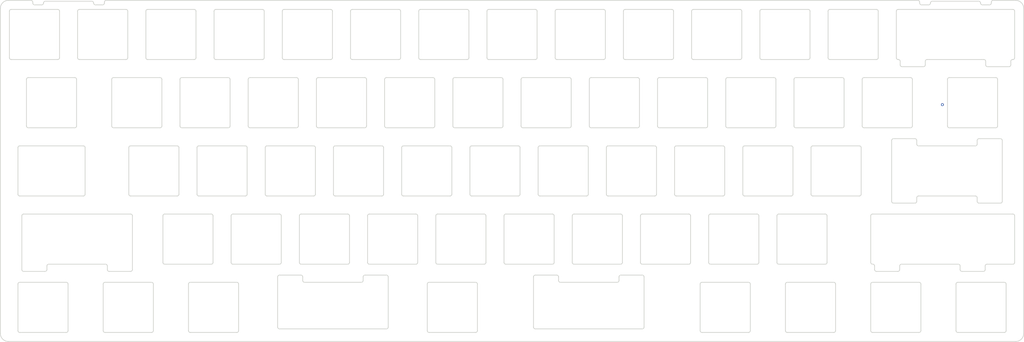
<source format=kicad_pcb>
(kicad_pcb (version 20211014) (generator pcbnew)

  (general
    (thickness 1.6)
  )

  (paper "A4")
  (layers
    (0 "F.Cu" signal)
    (31 "B.Cu" signal)
    (32 "B.Adhes" user "B.Adhesive")
    (33 "F.Adhes" user "F.Adhesive")
    (34 "B.Paste" user)
    (35 "F.Paste" user)
    (36 "B.SilkS" user "B.Silkscreen")
    (37 "F.SilkS" user "F.Silkscreen")
    (38 "B.Mask" user)
    (39 "F.Mask" user)
    (40 "Dwgs.User" user "User.Drawings")
    (41 "Cmts.User" user "User.Comments")
    (42 "Eco1.User" user "User.Eco1")
    (43 "Eco2.User" user "User.Eco2")
    (44 "Edge.Cuts" user)
    (45 "Margin" user)
    (46 "B.CrtYd" user "B.Courtyard")
    (47 "F.CrtYd" user "F.Courtyard")
    (48 "B.Fab" user)
    (49 "F.Fab" user)
  )

  (setup
    (pad_to_mask_clearance 0.051)
    (solder_mask_min_width 0.25)
    (pcbplotparams
      (layerselection 0x00010fc_ffffffff)
      (disableapertmacros false)
      (usegerberextensions false)
      (usegerberattributes false)
      (usegerberadvancedattributes false)
      (creategerberjobfile false)
      (svguseinch false)
      (svgprecision 6)
      (excludeedgelayer true)
      (plotframeref false)
      (viasonmask false)
      (mode 1)
      (useauxorigin false)
      (hpglpennumber 1)
      (hpglpenspeed 20)
      (hpglpendiameter 15.000000)
      (dxfpolygonmode true)
      (dxfimperialunits true)
      (dxfusepcbnewfont true)
      (psnegative false)
      (psa4output false)
      (plotreference true)
      (plotvalue false)
      (plotinvisibletext false)
      (sketchpadsonfab false)
      (subtractmaskfromsilk false)
      (outputformat 1)
      (mirror false)
      (drillshape 0)
      (scaleselection 1)
      (outputdirectory "./gerber")
    )
  )

  (net 0 "")

  (gr_line (start 157.33025 134.9) (end 187.20625 134.9) (layer "Edge.Cuts") (width 0.2) (tstamp 0177f950-24ed-4e6c-a9c9-460b1471f8c6))
  (gr_line (start 211.012 64.75) (end 224.012 64.75) (layer "Edge.Cuts") (width 0.2) (tstamp 037c701e-87a5-4bb2-87cd-e49064bc45b8))
  (gr_arc (start 163.387 59.7) (mid 163.033447 59.553553) (end 162.887 59.2) (layer "Edge.Cuts") (width 0.2) (tstamp 03899fc2-7ab8-4d54-82c2-1488f5d9b0d9))
  (gr_arc (start 177.6745 97.8) (mid 177.320947 97.653553) (end 177.1745 97.3) (layer "Edge.Cuts") (width 0.2) (tstamp 0461f9a0-850d-430e-b8b4-4b2c307b1693))
  (gr_line (start 53.8495 116.85) (end 66.8495 116.85) (layer "Edge.Cuts") (width 0.2) (tstamp 0471630c-6e2d-4993-a721-ad6b31523ea6))
  (gr_line (start 96.712 64.75) (end 109.712 64.75) (layer "Edge.Cuts") (width 0.2) (tstamp 04a28995-10a7-4e8d-bf0a-3c28cd74c2fa))
  (gr_arc (start 291.462 43.175) (mid 293.05299 43.83401) (end 293.712 45.425) (layer "Edge.Cuts") (width 0.2) (tstamp 0538f52d-207b-44c7-b497-cfb0c5040bce))
  (gr_arc (start 233.537 45.7) (mid 233.890553 45.846447) (end 234.037 46.2) (layer "Edge.Cuts") (width 0.2) (tstamp 0633adfa-914b-4f9d-80ba-161103ceec79))
  (gr_arc (start 282.95625 117.35) (mid 283.102697 116.996447) (end 283.45625 116.85) (layer "Edge.Cuts") (width 0.2) (tstamp 06dee84b-7881-4a3a-9363-789884fe49e6))
  (gr_arc (start 95.9245 97.3) (mid 95.778053 97.653553) (end 95.4245 97.8) (layer "Edge.Cuts") (width 0.2) (tstamp 0712d78b-cb2c-4203-af63-c9b8323491e9))
  (gr_line (start 37.012 43.675) (end 37.012 43.925) (layer "Edge.Cuts") (width 0.2) (tstamp 077d5522-c76b-482a-bb37-34c61cd35bac))
  (gr_arc (start 253.087 59.2) (mid 252.940553 59.553553) (end 252.587 59.7) (layer "Edge.Cuts") (width 0.2) (tstamp 08288747-d5b2-435c-922b-fcc7a7f0bd7c))
  (gr_line (start 172.412 65.25) (end 172.412 78.25) (layer "Edge.Cuts") (width 0.2) (tstamp 09983ca3-2fe7-4eb2-85a2-be776c19d4b7))
  (gr_arc (start 53.3495 103.35) (mid 53.495947 102.996447) (end 53.8495 102.85) (layer "Edge.Cuts") (width 0.2) (tstamp 0a2838e1-e0c9-49cd-aac8-b1c3dbe2c630))
  (gr_arc (start 180.70625 120.4) (mid 180.852697 120.046447) (end 181.20625 119.9) (layer "Edge.Cuts") (width 0.2) (tstamp 0a5a8a9e-f724-480d-9e24-e2f0fd72aaf4))
  (gr_line (start 44.83125 103.35) (end 44.83125 118.35) (layer "Edge.Cuts") (width 0.2) (tstamp 0a89fe9b-59bf-482c-9d98-b31adc7269fb))
  (gr_arc (start 29.2495 78.25) (mid 29.103053 78.603553) (end 28.7495 78.75) (layer "Edge.Cuts") (width 0.2) (tstamp 0c588297-f857-457b-95bf-5e85d22f5fc9))
  (gr_line (start 110.9995 102.85) (end 123.9995 102.85) (layer "Edge.Cuts") (width 0.2) (tstamp 0d0bad9e-9a17-4232-95e2-1777d4b18542))
  (gr_line (start 115.762 64.75) (end 128.762 64.75) (layer "Edge.Cuts") (width 0.2) (tstamp 0da7803f-983b-4093-8ec6-ff14d2952a96))
  (gr_line (start 44.3245 97.8) (end 57.3245 97.8) (layer "Edge.Cuts") (width 0.2) (tstamp 0fa139eb-2f26-4446-8d57-531dbfd1bb20))
  (gr_line (start 72.8995 116.85) (end 85.8995 116.85) (layer "Edge.Cuts") (width 0.2) (tstamp 10bcb123-0175-4435-89fe-482e5c2b2c6c))
  (gr_line (start 53.3495 103.35) (end 53.3495 116.35) (layer "Edge.Cuts") (width 0.2) (tstamp 10c3893f-272b-42dc-b850-cb0ec45c4333))
  (gr_line (start 263.34275 81.8) (end 257.34275 81.8) (layer "Edge.Cuts") (width 0.2) (tstamp 10c554fd-22dd-46cf-acfe-70c8dfb45b11))
  (gr_arc (start 140.66825 121.9) (mid 141.021803 122.046447) (end 141.16825 122.4) (layer "Edge.Cuts") (width 0.2) (tstamp 10d6bece-2fe2-4e9c-951c-ce0f71bb10fc))
  (gr_line (start 163.83025 121.4) (end 163.83025 120.4) (layer "Edge.Cuts") (width 0.2) (tstamp 11f149e9-f20e-436e-8570-70f87282d96d))
  (gr_arc (start 196.7245 97.8) (mid 196.370947 97.653553) (end 196.2245 97.3) (layer "Edge.Cuts") (width 0.2) (tstamp 132f87af-fee0-4378-a134-77a68eb21f40))
  (gr_line (start 196.2245 84.3) (end 196.2245 97.3) (layer "Edge.Cuts") (width 0.2) (tstamp 135e0385-0438-4b6b-a16a-b2a87c07c49c))
  (gr_arc (start 172.412 65.25) (mid 172.558447 64.896447) (end 172.912 64.75) (layer "Edge.Cuts") (width 0.2) (tstamp 13663e45-ff00-48c9-a1f3-53ce577f0583))
  (gr_line (start 259.724 61.7) (end 265.724 61.7) (layer "Edge.Cuts") (width 0.2) (tstamp 14e3b297-8517-4083-a46f-d2549657d44c))
  (gr_arc (start 129.5495 103.35) (mid 129.695947 102.996447) (end 130.0495 102.85) (layer "Edge.Cuts") (width 0.2) (tstamp 161b1717-b29c-4bd9-8a62-3aa7a05da5be))
  (gr_arc (start 63.3745 97.8) (mid 63.020947 97.653553) (end 62.8745 97.3) (layer "Edge.Cuts") (width 0.2) (tstamp 16669ae0-ab4e-45c8-935b-2e43f43b40f9))
  (gr_arc (start 200.6995 116.35) (mid 200.553053 116.703553) (end 200.1995 116.85) (layer "Edge.Cuts") (width 0.2) (tstamp 16e158f9-1756-4736-88c4-064b2a49e634))
  (gr_arc (start 26.86825 135.4) (mid 26.721803 135.753553) (end 26.36825 135.9) (layer "Edge.Cuts") (width 0.2) (tstamp 17e880b1-271c-4cec-8d9b-beeeb30a1b89))
  (gr_arc (start 247.8245 83.8) (mid 248.178053 83.946447) (end 248.3245 84.3) (layer "Edge.Cuts") (width 0.2) (tstamp 185eeb9c-27a6-4d8c-84ac-74c66315c305))
  (gr_line (start 168.1495 102.85) (end 181.1495 102.85) (layer "Edge.Cuts") (width 0.2) (tstamp 19b5ceaf-8af8-44bc-8898-82006d249547))
  (gr_arc (start 92.89275 121.9) (mid 92.539197 121.753553) (end 92.39275 121.4) (layer "Edge.Cuts") (width 0.2) (tstamp 1a646636-9855-49e7-a972-3dbce22f7e63))
  (gr_arc (start 138.287 45.7) (mid 138.640553 45.846447) (end 138.787 46.2) (layer "Edge.Cuts") (width 0.2) (tstamp 1a6724e5-4610-48c4-9ee8-0c939b5559cc))
  (gr_line (start 253.087 46.2) (end 253.087 59.2) (layer "Edge.Cuts") (width 0.2) (tstamp 1a87a7f3-d023-4106-84ee-f187c706415f))
  (gr_line (start 114.9745 84.3) (end 114.9745 97.3) (layer "Edge.Cuts") (width 0.2) (tstamp 1b01190c-0520-42af-89e3-4a2db2654e77))
  (gr_arc (start 130.0495 116.85) (mid 129.695947 116.703553) (end 129.5495 116.35) (layer "Edge.Cuts") (width 0.2) (tstamp 1b39aee1-14bb-4f57-949c-af5946eea388))
  (gr_arc (start 110.4995 103.35) (mid 110.645947 102.996447) (end 110.9995 102.85) (layer "Edge.Cuts") (width 0.2) (tstamp 1b4ca270-6596-4a93-b287-4785196155b9))
  (gr_line (start 281.21875 99.8) (end 287.21875 99.8) (layer "Edge.Cuts") (width 0.2) (tstamp 1bb3e249-114f-4d78-af47-780d0cc45135))
  (gr_arc (start 227.68075 135.9) (mid 227.327197 135.753553) (end 227.18075 135.4) (layer "Edge.Cuts") (width 0.2) (tstamp 1bd41d7a-cc03-44d3-8bb3-d6d3905c11be))
  (gr_line (start 186.6995 103.35) (end 186.6995 116.35) (layer "Edge.Cuts") (width 0.2) (tstamp 1c60c561-3c1b-4b94-acae-765a9f8a1932))
  (gr_arc (start 186.412 78.25) (mid 186.265553 78.603553) (end 185.912 78.75) (layer "Edge.Cuts") (width 0.2) (tstamp 1cbb4f5e-37b7-4f10-9f29-72481700c927))
  (gr_line (start 134.812 64.75) (end 147.812 64.75) (layer "Edge.Cuts") (width 0.2) (tstamp 1d1616d0-9e50-4793-b0e3-38e6ab0af7ca))
  (gr_arc (start 7.962 45.425) (mid 8.62101 43.83401) (end 10.212 43.175) (layer "Edge.Cuts") (width 0.2) (tstamp 1d71b6a4-cf45-4acb-9054-a85fc55c3a1f))
  (gr_arc (start 291.187 59.2) (mid 291.040553 59.553553) (end 290.687 59.7) (layer "Edge.Cuts") (width 0.2) (tstamp 1da88dc4-5345-4e0d-a84c-400631092f11))
  (gr_arc (start 288.30575 121.9) (mid 288.659303 122.046447) (end 288.80575 122.4) (layer "Edge.Cuts") (width 0.2) (tstamp 1e8c663b-64fc-4757-bb1e-2a598451d1f0))
  (gr_arc (start 220.037 46.2) (mid 220.183447 45.846447) (end 220.537 45.7) (layer "Edge.Cuts") (width 0.2) (tstamp 201ef1b6-fe47-4e18-a25d-8454a9ece970))
  (gr_arc (start 44.33125 102.85) (mid 44.684803 102.996447) (end 44.83125 103.35) (layer "Edge.Cuts") (width 0.2) (tstamp 20a6c859-9b58-4c1a-92cb-b7171122a6d2))
  (gr_arc (start 263.84275 98.3) (mid 263.989197 97.946447) (end 264.34275 97.8) (layer "Edge.Cuts") (width 0.2) (tstamp 20e5627d-98f3-42e2-b022-a05b56e0f484))
  (gr_line (start 163.387 59.7) (end 176.387 59.7) (layer "Edge.Cuts") (width 0.2) (tstamp 20edef2b-d0d1-439c-b4ef-836f1d539846))
  (gr_arc (start 186.6995 103.35) (mid 186.845947 102.996447) (end 187.1995 102.85) (layer "Edge.Cuts") (width 0.2) (tstamp 2104c193-2b1e-40c1-b7e4-5a7740d6f254))
  (gr_line (start 234.8245 97.8) (end 247.8245 97.8) (layer "Edge.Cuts") (width 0.2) (tstamp 21a528d2-7dcb-41af-aea4-4dd63cd2aeca))
  (gr_arc (start 115.762 78.75) (mid 115.408447 78.603553) (end 115.262 78.25) (layer "Edge.Cuts") (width 0.2) (tstamp 2200df9a-494a-4f8b-8cb0-5c21afaf2ef6))
  (gr_arc (start 31.13075 83.8) (mid 31.484303 83.946447) (end 31.63075 84.3) (layer "Edge.Cuts") (width 0.2) (tstamp 222be3c0-bf81-4a68-9c90-b370f4595e2d))
  (gr_arc (start 250.99325 103.35) (mid 251.139697 102.996447) (end 251.49325 102.85) (layer "Edge.Cuts") (width 0.2) (tstamp 240ff3ec-2785-4905-b521-cf0f33908605))
  (gr_arc (start 263.34275 81.8) (mid 263.696303 81.946447) (end 263.84275 82.3) (layer "Edge.Cuts") (width 0.2) (tstamp 242b050b-4cdf-438f-814e-5c1e62aa6b93))
  (gr_arc (start 58.112 65.25) (mid 58.258447 64.896447) (end 58.612 64.75) (layer "Edge.Cuts") (width 0.2) (tstamp 24394f05-03ed-4a33-8315-98f244d50619))
  (gr_line (start 149.0995 116.85) (end 162.0995 116.85) (layer "Edge.Cuts") (width 0.2) (tstamp 24612f33-7852-4e43-bba1-62c13fda950e))
  (gr_arc (start 251.49325 116.85) (mid 251.139697 116.703553) (end 250.99325 116.35) (layer "Edge.Cuts") (width 0.2) (tstamp 24975455-7b47-4ce7-bb31-6c7c4a451a14))
  (gr_line (start 215.2745 84.3) (end 215.2745 97.3) (layer "Edge.Cuts") (width 0.2) (tstamp 2592fd2e-0efe-462f-93ce-ac796f2c2a71))
  (gr_line (start 196.7245 97.8) (end 209.7245 97.8) (layer "Edge.Cuts") (width 0.2) (tstamp 25bf2f4f-f68e-4667-add2-543777a27bc7))
  (gr_arc (start 12.86825 84.3) (mid 13.014697 83.946447) (end 13.36825 83.8) (layer "Edge.Cuts") (width 0.2) (tstamp 264ac8c1-3c6d-460b-9668-277ddf815945))
  (gr_line (start 39.562 64.75) (end 52.562 64.75) (layer "Edge.Cuts") (width 0.2) (tstamp 27005e93-6a36-40d0-b7e5-4bf83755ee07))
  (gr_arc (start 91.4495 103.35) (mid 91.595947 102.996447) (end 91.9495 102.85) (layer "Edge.Cuts") (width 0.2) (tstamp 270bb7fc-38d9-409f-9988-f35726f5ac97))
  (gr_arc (start 109.26875 120.4) (mid 109.415197 120.046447) (end 109.76875 119.9) (layer "Edge.Cuts") (width 0.2) (tstamp 280e303b-6cb0-4a63-ad86-38ea386bc34f))
  (gr_arc (start 201.487 59.7) (mid 201.133447 59.553553) (end 200.987 59.2) (layer "Edge.Cuts") (width 0.2) (tstamp 2828dda0-5ead-4d1f-b2ca-23789cb56a91))
  (gr_arc (start 282.95625 118.35) (mid 282.809803 118.703553) (end 282.45625 118.85) (layer "Edge.Cuts") (width 0.2) (tstamp 28c18f4a-6fb8-44d9-9ab6-d3b8ee57c978))
  (gr_line (start 91.9495 116.85) (end 104.9495 116.85) (layer "Edge.Cuts") (width 0.2) (tstamp 28c8c713-5741-4349-99b8-188c8a4b8ac7))
  (gr_arc (start 37.33125 116.85) (mid 37.684803 116.996447) (end 37.83125 117.35) (layer "Edge.Cuts") (width 0.2) (tstamp 292ad88c-c609-4a34-b081-e3c201e5b969))
  (gr_arc (start 20.95525 117.35) (mid 21.101697 116.996447) (end 21.45525 116.85) (layer "Edge.Cuts") (width 0.2) (tstamp 294a1a09-794d-4457-8db5-2717b007b81c))
  (gr_line (start 275.30575 121.9) (end 288.30575 121.9) (layer "Edge.Cuts") (width 0.2) (tstamp 296b25c7-a2d7-4fad-9b50-9dafe3638219))
  (gr_line (start 215.7745 97.8) (end 228.7745 97.8) (layer "Edge.Cuts") (width 0.2) (tstamp 29de0295-fc98-4e91-b33d-3538007ba123))
  (gr_line (start 250.99325 122.4) (end 250.99325 135.4) (layer "Edge.Cuts") (width 0.2) (tstamp 2a2a4016-7e4c-44fd-931a-e34a173acb81))
  (gr_arc (start 290.1 61.2) (mid 289.953553 61.553553) (end 289.6 61.7) (layer "Edge.Cuts") (width 0.2) (tstamp 2a2eed13-66b8-41e1-946f-8e7727c088a6))
  (gr_line (start 76.8745 84.3) (end 76.8745 97.3) (layer "Edge.Cuts") (width 0.2) (tstamp 2a5b3e3c-2022-46db-8938-2c3b2e9edb6d))
  (gr_line (start 284.662 43.675) (end 284.662 43.925) (layer "Edge.Cuts") (width 0.2) (tstamp 2a6a4e4e-7b7a-48cf-b5e3-77a3f8724515))
  (gr_arc (start 276.45625 118.85) (mid 276.102697 118.703553) (end 275.95625 118.35) (layer "Edge.Cuts") (width 0.2) (tstamp 2a857059-bf79-48d3-9e68-78752dab9407))
  (gr_line (start 60.49325 122.4) (end 60.49325 135.4) (layer "Edge.Cuts") (width 0.2) (tstamp 2b471bad-edbf-44fe-a5a3-8940bcf5d975))
  (gr_line (start 158.6245 97.8) (end 171.6245 97.8) (layer "Edge.Cuts") (width 0.2) (tstamp 2c427024-ca14-4429-b693-ea483e491065))
  (gr_arc (start 234.037 59.2) (mid 233.890553 59.553553) (end 233.537 59.7) (layer "Edge.Cuts") (width 0.2) (tstamp 2c7ef42a-85f5-48ae-a5ea-55aced306f2f))
  (gr_line (start 205.462 65.25) (end 205.462 78.25) (layer "Edge.Cuts") (width 0.2) (tstamp 2cdd52ff-4cba-4257-a3fa-2f4f2824df62))
  (gr_line (start 36.512 44.425) (end 34.512 44.425) (layer "Edge.Cuts") (width 0.2) (tstamp 2d02d188-8ca7-406b-a160-f406c251c141))
  (gr_arc (start 229.562 65.25) (mid 229.708447 64.896447) (end 230.062 64.75) (layer "Edge.Cuts") (width 0.2) (tstamp 2db1a821-516b-446d-a1c8-ad5d2a5848fe))
  (gr_arc (start 166.862 64.75) (mid 167.215553 64.896447) (end 167.362 65.25) (layer "Edge.Cuts") (width 0.2) (tstamp 2e063fff-a2c7-45f0-96f6-e7831414a280))
  (gr_line (start 13.36825 97.8) (end 31.13075 97.8) (layer "Edge.Cuts") (width 0.2) (tstamp 2e150599-3f37-4a4e-9eb6-5a0de880d7ec))
  (gr_arc (start 143.0495 102.85) (mid 143.403053 102.996447) (end 143.5495 103.35) (layer "Edge.Cuts") (width 0.2) (tstamp 2e3bcf61-c850-4961-a682-3af35359032b))
  (gr_arc (start 258.724 59.7) (mid 259.077553 59.846447) (end 259.224 60.2) (layer "Edge.Cuts") (width 0.2) (tstamp 2ff567b0-8a25-4a6e-87d2-24384dfd0c62))
  (gr_line (start 282.95625 117.35) (end 282.95625 118.35) (layer "Edge.Cuts") (width 0.2) (tstamp 3030b2e5-e476-4111-8069-0a78cfd7f7be))
  (gr_arc (start 16.512 43.175) (mid 16.865553 43.321447) (end 17.012 43.675) (layer "Edge.Cuts") (width 0.2) (tstamp 3107883c-3dd4-4f1d-9bea-f1c2b29f0c8e))
  (gr_arc (start 48.587 46.2) (mid 48.733447 45.846447) (end 49.087 45.7) (layer "Edge.Cuts") (width 0.2) (tstamp 31a46725-4e18-4d78-aed7-e5e035bac8d9))
  (gr_line (start 21.45525 116.85) (end 37.33125 116.85) (layer "Edge.Cuts") (width 0.2) (tstamp 322f22ee-7049-4600-ba35-723eb2cb910d))
  (gr_line (start 229.562 65.25) (end 229.562 78.25) (layer "Edge.Cuts") (width 0.2) (tstamp 32303de2-a089-4036-9961-f3e6f0fcf75e))
  (gr_arc (start 272.4245 65.25) (mid 272.570947 64.896447) (end 272.9245 64.75) (layer "Edge.Cuts") (width 0.2) (tstamp 32786941-fff9-4885-b617-e55883187978))
  (gr_arc (start 100.687 59.2) (mid 100.540553 59.553553) (end 100.187 59.7) (layer "Edge.Cuts") (width 0.2) (tstamp 33bbbb76-f346-4dc9-93fb-99322940ea78))
  (gr_arc (start 14.45525 118.85) (mid 14.101697 118.703553) (end 13.95525 118.35) (layer "Edge.Cuts") (width 0.2) (tstamp 33c57b3f-6cf7-482f-ae63-48925f710108))
  (gr_line (start 77.662 78.75) (end 90.662 78.75) (layer "Edge.Cuts") (width 0.2) (tstamp 33ef85b0-8ab9-4c3f-9bbc-5ff5ed8276d7))
  (gr_arc (start 110.212 78.25) (mid 110.065553 78.603553) (end 109.712 78.75) (layer "Edge.Cuts") (width 0.2) (tstamp 34c42ce1-4daa-44ed-9b0d-116fcfc2d0d8))
  (gr_line (start 203.86825 121.9) (end 216.86825 121.9) (layer "Edge.Cuts") (width 0.2) (tstamp 34e599a4-b6fd-4f18-ad63-44c4b0648740))
  (gr_arc (start 17.512 44.425) (mid 17.158447 44.278553) (end 17.012 43.925) (layer "Edge.Cuts") (width 0.2) (tstamp 358b5a19-1161-43b1-8fe8-76dfffdf809b))
  (gr_line (start 182.437 59.7) (end 195.437 59.7) (layer "Edge.Cuts") (width 0.2) (tstamp 35f3c689-1acd-4f9d-8a20-40aa0367785d))
  (gr_line (start 177.1745 84.3) (end 177.1745 97.3) (layer "Edge.Cuts") (width 0.2) (tstamp 37202a1b-6857-45c1-82b8-63d2e45accf1))
  (gr_line (start 180.70625 121.4) (end 180.70625 120.4) (layer "Edge.Cuts") (width 0.2) (tstamp 372c03b7-f3ce-4285-8a79-a23ebebdc0f1))
  (gr_arc (start 77.662 78.75) (mid 77.308447 78.603553) (end 77.162 78.25) (layer "Edge.Cuts") (width 0.2) (tstamp 37cc8edc-e3ff-4c9e-9d99-86452e62f192))
  (gr_arc (start 162.5995 116.35) (mid 162.453053 116.703553) (end 162.0995 116.85) (layer "Edge.Cuts") (width 0.2) (tstamp 37f07b07-0fdf-4825-ac87-6b97c519244d))
  (gr_line (start 144.337 59.7) (end 157.337 59.7) (layer "Edge.Cuts") (width 0.2) (tstamp 38cb8b24-9ec5-4b28-b954-293535a4c000))
  (gr_arc (start 91.89275 119.9) (mid 92.246303 120.046447) (end 92.39275 120.4) (layer "Edge.Cuts") (width 0.2) (tstamp 38cdeb79-38b0-4b02-a77a-a4cc178e7598))
  (gr_line (start 43.537 46.2) (end 43.537 59.2) (layer "Edge.Cuts") (width 0.2) (tstamp 390741a1-056f-4471-96af-67e5a38ee177))
  (gr_arc (start 62.8745 84.3) (mid 63.020947 83.946447) (end 63.3745 83.8) (layer "Edge.Cuts") (width 0.2) (tstamp 394febab-7571-4336-adce-ce25f1a5dfc5))
  (gr_arc (start 181.937 46.2) (mid 182.083447 45.846447) (end 182.437 45.7) (layer "Edge.Cuts") (width 0.2) (tstamp 398d4152-46f4-447c-89e9-10ddc6f27876))
  (gr_line (start 215.7745 83.8) (end 228.7745 83.8) (layer "Edge.Cuts") (width 0.2) (tstamp 39dd64e4-af0d-4c99-bae8-be8cc86b1cb4))
  (gr_arc (start 187.1995 116.85) (mid 186.845947 116.703553) (end 186.6995 116.35) (layer "Edge.Cuts") (width 0.2) (tstamp 3a3f9037-f8ab-4c3f-ac7e-8096ebf1654a))
  (gr_line (start 251.49325 121.9) (end 264.49325 121.9) (layer "Edge.Cuts") (width 0.2) (tstamp 3aec649b-7bfb-45b0-aab7-a7fd1c3cd2bb))
  (gr_line (start 17.012 43.675) (end 17.012 43.925) (layer "Edge.Cuts") (width 0.2) (tstamp 3b141b33-65ad-4426-be0e-a47b98ef625f))
  (gr_arc (start 23.987 45.7) (mid 24.340553 45.846447) (end 24.487 46.2) (layer "Edge.Cuts") (width 0.2) (tstamp 3c08a288-54ef-4930-aaa4-9ec3ea30fbf8))
  (gr_line (start 39.062 65.25) (end 39.062 78.25) (layer "Edge.Cuts") (width 0.2) (tstamp 3c1859dc-33d6-48ca-97a8-d652f7b04c48))
  (gr_line (start 127.66825 135.9) (end 140.66825 135.9) (layer "Edge.Cuts") (width 0.2) (tstamp 3c273b2a-2c92-4c14-a97a-48cecf1c34d7))
  (gr_line (start 127.66825 121.9) (end 140.66825 121.9) (layer "Edge.Cuts") (width 0.2) (tstamp 3d618a59-1b0b-47f7-b0d2-1d5267d3779c))
  (gr_line (start 266.224 60.2) (end 266.224 61.2) (layer "Edge.Cuts") (width 0.2) (tstamp 3d816713-8e55-4148-9a62-71edf593333b))
  (gr_line (start 258.137 46.2) (end 258.137 59.2) (layer "Edge.Cuts") (width 0.2) (tstamp 3df76baa-4dfb-41a2-92fb-21917056c777))
  (gr_arc (start 124.787 46.2) (mid 124.933447 45.846447) (end 125.287 45.7) (layer "Edge.Cuts") (width 0.2) (tstamp 3e20f786-1b85-4224-a183-0ada4f801b0d))
  (gr_arc (start 123.9995 102.85) (mid 124.353053 102.996447) (end 124.4995 103.35) (layer "Edge.Cuts") (width 0.2) (tstamp 3e488e92-bddd-4d44-95f8-53f1899959b3))
  (gr_arc (start 286.4245 78.25) (mid 286.278053 78.603553) (end 285.9245 78.75) (layer "Edge.Cuts") (width 0.2) (tstamp 3e803eba-8186-424f-b068-34ca56535b22))
  (gr_line (start 284.162 44.425) (end 282.162 44.425) (layer "Edge.Cuts") (width 0.2) (tstamp 3efdd237-812f-45f5-b9bc-b430531da8a8))
  (gr_line (start 187.1995 116.85) (end 200.1995 116.85) (layer "Edge.Cuts") (width 0.2) (tstamp 3f337261-bd0b-4a3c-af5d-41e4f20b8d2b))
  (gr_arc (start 288.80575 135.4) (mid 288.659303 135.753553) (end 288.30575 135.9) (layer "Edge.Cuts") (width 0.2) (tstamp 3fd557e1-bf68-4805-b4ea-17079bc0f2ca))
  (gr_line (start 37.18075 135.9) (end 50.18075 135.9) (layer "Edge.Cuts") (width 0.2) (tstamp 401cd2a0-2a04-428b-98d5-784a840a38d1))
  (gr_line (start 248.3245 84.3) (end 248.3245 97.3) (layer "Edge.Cuts") (width 0.2) (tstamp 40d51405-819c-49a2-bf42-6641f1d5098c))
  (gr_arc (start 105.4495 116.35) (mid 105.303053 116.703553) (end 104.9495 116.85) (layer "Edge.Cuts") (width 0.2) (tstamp 40f684f6-e84e-4ec5-8d74-fe9638c29922))
  (gr_line (start 141.16825 122.4) (end 141.16825 135.4) (layer "Edge.Cuts") (width 0.2) (tstamp 4254b0ba-0918-4ce7-98e5-d41e92659dee))
  (gr_line (start 95.9245 84.3) (end 95.9245 97.3) (layer "Edge.Cuts") (width 0.2) (tstamp 44c36064-6455-44cf-8c3e-1e6a5968d0ce))
  (gr_line (start 125.287 59.7) (end 138.287 59.7) (layer "Edge.Cuts") (width 0.2) (tstamp 44d5e0e6-a159-42fd-a0ab-fbb431995d1f))
  (gr_line (start 251.49325 135.9) (end 264.49325 135.9) (layer "Edge.Cuts") (width 0.2) (tstamp 453fc808-4126-453d-85ae-1cdb419088b5))
  (gr_arc (start 264.99325 135.4) (mid 264.846803 135.753553) (end 264.49325 135.9) (layer "Edge.Cuts") (width 0.2) (tstamp 4545d90c-1e8d-4776-805c-dce54bf3d01b))
  (gr_arc (start 143.5495 116.35) (mid 143.403053 116.703553) (end 143.0495 116.85) (layer "Edge.Cuts") (width 0.2) (tstamp 45617d82-b7ce-4f18-bb05-846fa89e1eb9))
  (gr_line (start 227.68075 135.9) (end 240.68075 135.9) (layer "Edge.Cuts") (width 0.2) (tstamp 4610f617-7c51-48e6-bdf1-f30ac4bd349a))
  (gr_arc (start 257.34275 99.8) (mid 256.989197 99.653553) (end 256.84275 99.3) (layer "Edge.Cuts") (width 0.2) (tstamp 4677f77b-9c70-421e-9de7-f775b3529feb))
  (gr_line (start 164.33025 121.9) (end 180.20625 121.9) (layer "Edge.Cuts") (width 0.2) (tstamp 46a17313-3b78-4a84-8f45-a37ea5833dad))
  (gr_arc (start 171.6245 83.8) (mid 171.978053 83.946447) (end 172.1245 84.3) (layer "Edge.Cuts") (width 0.2) (tstamp 471d2ad0-9a0f-45b9-a5a3-b718b6226c05))
  (gr_arc (start 224.012 64.75) (mid 224.365553 64.896447) (end 224.512 65.25) (layer "Edge.Cuts") (width 0.2) (tstamp 475951cd-36b9-417b-9823-870f5143e972))
  (gr_line (start 26.86825 122.4) (end 26.86825 135.4) (layer "Edge.Cuts") (width 0.2) (tstamp 4781e940-2780-4da6-aba4-e6d5ef95750f))
  (gr_line (start 239.587 45.7) (end 252.587 45.7) (layer "Edge.Cuts") (width 0.2) (tstamp 47b96755-77b4-4d1f-b7c7-e83301b841d7))
  (gr_line (start 200.987 46.2) (end 200.987 59.2) (layer "Edge.Cuts") (width 0.2) (tstamp 47fcfb41-b975-46db-99b6-8316554e9039))
  (gr_arc (start 13.95525 103.35) (mid 14.101697 102.996447) (end 14.45525 102.85) (layer "Edge.Cuts") (width 0.2) (tstamp 48d62789-113b-4c97-a41f-a974983be06b))
  (gr_arc (start 264.49325 121.9) (mid 264.846803 122.046447) (end 264.99325 122.4) (layer "Edge.Cuts") (width 0.2) (tstamp 4991f4b1-e65c-440a-b6db-5dfc5cb33d4f))
  (gr_arc (start 287.21875 81.8) (mid 287.572303 81.946447) (end 287.71875 82.3) (layer "Edge.Cuts") (width 0.2) (tstamp 49d0118c-01b7-4998-b873-7c754ad231d9))
  (gr_arc (start 139.5745 97.8) (mid 139.220947 97.653553) (end 139.0745 97.3) (layer "Edge.Cuts") (width 0.2) (tstamp 49fe50eb-0a31-4c8b-be75-b69955d7b1d1))
  (gr_arc (start 96.212 65.25) (mid 96.358447 64.896447) (end 96.712 64.75) (layer "Edge.Cuts") (width 0.2) (tstamp 4ac569d6-ee54-448b-9bb6-6249a04e833f))
  (gr_line (start 258.637 59.7) (end 258.724 59.7) (layer "Edge.Cuts") (width 0.2) (tstamp 4bc982a1-16d4-4cc0-b64c-2db3f69db5c7))
  (gr_line (start 109.26875 121.4) (end 109.26875 120.4) (layer "Edge.Cuts") (width 0.2) (tstamp 4c48b2b5-5c1e-416c-8af1-9cc6f401041e))
  (gr_arc (start 49.087 59.7) (mid 48.733447 59.553553) (end 48.587 59.2) (layer "Edge.Cuts") (width 0.2) (tstamp 4c9c3c2e-0239-410e-996f-174ecab352e9))
  (gr_arc (start 38.33125 118.85) (mid 37.977697 118.703553) (end 37.83125 118.35) (layer "Edge.Cuts") (width 0.2) (tstamp 4d0cb151-be02-460e-84ff-e89488e5e234))
  (gr_arc (start 104.9495 102.85) (mid 105.303053 102.996447) (end 105.4495 103.35) (layer "Edge.Cuts") (width 0.2) (tstamp 4d28462b-8671-42f9-aba4-b0b882bed204))
  (gr_arc (start 282.6 59.7) (mid 282.953553 59.846447) (end 283.1 60.2) (layer "Edge.Cuts") (width 0.2) (tstamp 4d311328-492e-47d3-9270-3c2077f73228))
  (gr_arc (start 266.224 60.2) (mid 266.370447 59.846447) (end 266.724 59.7) (layer "Edge.Cuts") (width 0.2) (tstamp 4d6e7593-5db0-439b-b5fa-1a63df3ad67e))
  (gr_arc (start 76.3745 83.8) (mid 76.728053 83.946447) (end 76.8745 84.3) (layer "Edge.Cuts") (width 0.2) (tstamp 4de8b7be-07f1-404c-8a88-482f6237258c))
  (gr_line (start 266.724 59.7) (end 282.6 59.7) (layer "Edge.Cuts") (width 0.2) (tstamp 4ed2c52e-a554-45ab-bede-548328ed956d))
  (gr_line (start 30.037 59.7) (end 43.037 59.7) (layer "Edge.Cuts") (width 0.2) (tstamp 4f09cb32-5a0c-4f44-89e2-81335d9dbf63))
  (gr_line (start 290.6 59.7) (end 290.687 59.7) (layer "Edge.Cuts") (width 0.2) (tstamp 502a5913-ee24-401f-9f1a-9d3a372ca6ac))
  (gr_arc (start 24.487 59.2) (mid 24.340553 59.553553) (end 23.987 59.7) (layer "Edge.Cuts") (width 0.2) (tstamp 50f92996-a571-4b51-bd1a-6d9c37fd2a8b))
  (gr_arc (start 85.89275 134.9) (mid 85.539197 134.753553) (end 85.39275 134.4) (layer "Edge.Cuts") (width 0.2) (tstamp 51911da2-226b-4d77-89d7-15286a20de58))
  (gr_line (start 283.1 60.2) (end 283.1 61.2) (layer "Edge.Cuts") (width 0.2) (tstamp 519b5f4a-c9ce-4a77-b4dc-bdfea698472f))
  (gr_arc (start 167.362 78.25) (mid 167.215553 78.603553) (end 166.862 78.75) (layer "Edge.Cuts") (width 0.2) (tstamp 51bb1c8d-78ec-4290-a93e-a43f4c748f96))
  (gr_line (start 92.89275 121.9) (end 108.76875 121.9) (layer "Edge.Cuts") (width 0.2) (tstamp 521b2398-56fa-4338-8610-870ca4d61557))
  (gr_arc (start 148.5995 103.35) (mid 148.745947 102.996447) (end 149.0995 102.85) (layer "Edge.Cuts") (width 0.2) (tstamp 5265b37f-07e3-467f-b19c-5eb6ca78b78c))
  (gr_arc (start 156.83025 120.4) (mid 156.976697 120.046447) (end 157.33025 119.9) (layer "Edge.Cuts") (width 0.2) (tstamp 52f95826-77fa-45a0-90f2-08a39c194e57))
  (gr_arc (start 95.4245 83.8) (mid 95.778053 83.946447) (end 95.9245 84.3) (layer "Edge.Cuts") (width 0.2) (tstamp 53476016-f7e0-4372-9b0d-65933670b71f))
  (gr_arc (start 100.187 45.7) (mid 100.540553 45.846447) (end 100.687 46.2) (layer "Edge.Cuts") (width 0.2) (tstamp 54b7405f-88db-41af-a8e9-82d894fabec5))
  (gr_arc (start 81.637 59.2) (mid 81.490553 59.553553) (end 81.137 59.7) (layer "Edge.Cuts") (width 0.2) (tstamp 54be2e8d-b9e1-45ef-9cf3-5bde450aee2c))
  (gr_arc (start 163.33025 119.9) (mid 163.683803 120.046447) (end 163.83025 120.4) (layer "Edge.Cuts") (width 0.2) (tstamp 54d02629-5932-4011-95b6-b5c653f05ca3))
  (gr_line (start 148.5995 103.35) (end 148.5995 116.35) (layer "Edge.Cuts") (width 0.2) (tstamp 5640b998-b28c-4be1-808e-1d6b0cc9509e))
  (gr_line (start 234.3245 84.3) (end 234.3245 97.3) (layer "Edge.Cuts") (width 0.2) (tstamp 57130439-5a28-4245-96a9-b87d5142d41c))
  (gr_line (start 191.462 65.25) (end 191.462 78.25) (layer "Edge.Cuts") (width 0.2) (tstamp 582f3731-2b1d-41f9-bc19-6be19222b82f))
  (gr_line (start 264.34275 97.8) (end 280.21875 97.8) (layer "Edge.Cuts") (width 0.2) (tstamp 5871ce44-fd17-418b-bec2-6774a2aa3d4b))
  (gr_line (start 125.287 45.7) (end 138.287 45.7) (layer "Edge.Cuts") (width 0.2) (tstamp 58ed0887-84ff-4fde-8805-f5103bfe8779))
  (gr_arc (start 44.3245 97.8) (mid 43.970947 97.653553) (end 43.8245 97.3) (layer "Edge.Cuts") (width 0.2) (tstamp 590fc34e-a1ee-43b2-8622-3dfce47b0067))
  (gr_arc (start 267.662 43.925) (mid 267.515553 44.278553) (end 267.162 44.425) (layer "Edge.Cuts") (width 0.2) (tstamp 592af23c-e24e-4241-b105-046834f9f8db))
  (gr_line (start 249.112 64.75) (end 262.112 64.75) (layer "Edge.Cuts") (width 0.2) (tstamp 594e3aa4-35e3-49ed-af28-cea9c66d236f))
  (gr_line (start 139.0745 84.3) (end 139.0745 97.3) (layer "Edge.Cuts") (width 0.2) (tstamp 5956c9c4-93f5-4341-b42d-e62e27b5e9d6))
  (gr_line (start 265.162 44.425) (end 267.162 44.425) (layer "Edge.Cuts") (width 0.2) (tstamp 59a13100-a5d0-4346-918b-7d0612ecf423))
  (gr_arc (start 141.16825 135.4) (mid 141.021803 135.753553) (end 140.66825 135.9) (layer "Edge.Cuts") (width 0.2) (tstamp 5a56abc4-5b25-4c88-97db-344566c9d379))
  (gr_line (start 85.89275 134.9) (end 115.76875 134.9) (layer "Edge.Cuts") (width 0.2) (tstamp 5a7e1875-0a35-41e4-b34e-52ef60ffafd7))
  (gr_arc (start 73.99325 121.9) (mid 74.346803 122.046447) (end 74.49325 122.4) (layer "Edge.Cuts") (width 0.2) (tstamp 5a834b0b-ae0e-4acc-9f0f-cfdb9b1a39cd))
  (gr_line (start 219.7495 103.35) (end 219.7495 116.35) (layer "Edge.Cuts") (width 0.2) (tstamp 5ac932b6-2ff5-4e58-97c0-c6a8c44f750a))
  (gr_line (start 110.212 65.25) (end 110.212 78.25) (layer "Edge.Cuts") (width 0.2) (tstamp 5b291660-876b-4f49-bc42-f0ce83419c18))
  (gr_arc (start 57.8245 97.3) (mid 57.678053 97.653553) (end 57.3245 97.8) (layer "Edge.Cuts") (width 0.2) (tstamp 5b5e9d4f-5380-4795-9c5c-6c9dd2774543))
  (gr_line (start 130.0495 102.85) (end 143.0495 102.85) (layer "Edge.Cuts") (width 0.2) (tstamp 5c15ae8b-cb8e-4d01-9663-994d42e6e174))
  (gr_arc (start 227.18075 122.4) (mid 227.327197 122.046447) (end 227.68075 121.9) (layer "Edge.Cuts") (width 0.2) (tstamp 5c79db56-ad3d-42b9-b371-90b0967edd70))
  (gr_arc (start 139.0745 84.3) (mid 139.220947 83.946447) (end 139.5745 83.8) (layer "Edge.Cuts") (width 0.2) (tstamp 5c99a6ab-e247-47b9-aa50-cb98a25ea96f))
  (gr_arc (start 50.68075 135.4) (mid 50.534303 135.753553) (end 50.18075 135.9) (layer "Edge.Cuts") (width 0.2) (tstamp 5caa5150-9ea2-456f-acb4-4bb542a7cb19))
  (gr_line (start 195.937 46.2) (end 195.937 59.2) (layer "Edge.Cuts") (width 0.2) (tstamp 5cf1f0f8-ff6f-40a7-813c-8945212442a8))
  (gr_line (start 287.71875 99.3) (end 287.71875 82.3) (layer "Edge.Cuts") (width 0.2) (tstamp 5d841968-d13a-47b4-862e-419d30a5db47))
  (gr_line (start 60.99325 135.9) (end 73.99325 135.9) (layer "Edge.Cuts") (width 0.2) (tstamp 5d9a2390-54fa-47bd-9176-99f0176cfd92))
  (gr_arc (start 129.262 78.25) (mid 129.115553 78.603553) (end 128.762 78.75) (layer "Edge.Cuts") (width 0.2) (tstamp 5ea6b2a3-8795-413d-8c6f-6fe69e6cc26a))
  (gr_line (start 264.662 43.675) (end 264.662 43.925) (layer "Edge.Cuts") (width 0.2) (tstamp 5f10d7a0-4d70-4b91-97f5-8b7b5b68ee9e))
  (gr_line (start 287.21875 81.8) (end 281.21875 81.8) (layer "Edge.Cuts") (width 0.2) (tstamp 5f57716a-1770-465c-bd5c-764e6a2f7c3e))
  (gr_line (start 249.112 78.75) (end 262.112 78.75) (layer "Edge.Cuts") (width 0.2) (tstamp 5f6fbc87-cd39-4d24-8f5c-dad4bc9df885))
  (gr_line (start 259.08025 117.35) (end 259.08025 118.35) (layer "Edge.Cuts") (width 0.2) (tstamp 5f7418eb-362f-407c-8ca9-b0955aa70fba))
  (gr_arc (start 134.812 78.75) (mid 134.458447 78.603553) (end 134.312 78.25) (layer "Edge.Cuts") (width 0.2) (tstamp 6189ec01-e3be-49b6-8e6a-8bc83065735a))
  (gr_line (start 162.887 46.2) (end 162.887 59.2) (layer "Edge.Cuts") (width 0.2) (tstamp 62ca4f30-2875-439c-bfa4-dd33bf1a5b4e))
  (gr_arc (start 125.287 59.7) (mid 124.933447 59.553553) (end 124.787 59.2) (layer "Edge.Cuts") (width 0.2) (tstamp 634477ec-a073-49d7-9a2f-fc6ddf6fa107))
  (gr_arc (start 43.037 45.7) (mid 43.390553 45.846447) (end 43.537 46.2) (layer "Edge.Cuts") (width 0.2) (tstamp 635c708f-a458-466c-b9bb-4009a3eed2bf))
  (gr_arc (start 205.462 78.25) (mid 205.315553 78.603553) (end 204.962 78.75) (layer "Edge.Cuts") (width 0.2) (tstamp 638f25d2-c0f3-4b26-98c2-56361c19f1f1))
  (gr_arc (start 60.49325 122.4) (mid 60.639697 122.046447) (end 60.99325 121.9) (layer "Edge.Cuts") (width 0.2) (tstamp 641bff06-317a-48d2-9b08-d66fdf72b068))
  (gr_arc (start 57.3245 83.8) (mid 57.678053 83.946447) (end 57.8245 84.3) (layer "Edge.Cuts") (width 0.2) (tstamp 64e64f34-939d-40cf-97f3-b5424f70af39))
  (gr_line (start 60.99325 121.9) (end 73.99325 121.9) (layer "Edge.Cuts") (width 0.2) (tstamp 65eabaca-eeaa-4f8a-bc95-9d4f43692c55))
  (gr_line (start 37.512 43.175) (end 264.162 43.175) (layer "Edge.Cuts") (width 0.2) (tstamp 660b3ab6-21ac-4bda-b062-1f2e9aa9b0ca))
  (gr_arc (start 167.6495 103.35) (mid 167.795947 102.996447) (end 168.1495 102.85) (layer "Edge.Cuts") (width 0.2) (tstamp 660feb2f-ed14-424b-9bf2-c6c2c987a377))
  (gr_line (start 239.087 46.2) (end 239.087 59.2) (layer "Edge.Cuts") (width 0.2) (tstamp 66308b32-b4c1-4428-8c3f-a86bbc2c13ef))
  (gr_line (start 62.587 46.2) (end 62.587 59.2) (layer "Edge.Cuts") (width 0.2) (tstamp 666cabd1-16e1-44b0-8bf9-0cb4915153ab))
  (gr_line (start 13.36825 83.8) (end 31.13075 83.8) (layer "Edge.Cuts") (width 0.2) (tstamp 669b1fea-623e-45be-9fac-e1067bbb63a7))
  (gr_line (start 91.89275 119.9) (end 85.89275 119.9) (layer "Edge.Cuts") (width 0.2) (tstamp 670d59f4-fa4b-4229-9af8-377819e4ac8a))
  (gr_arc (start 110.9995 116.85) (mid 110.645947 116.703553) (end 110.4995 116.35) (layer "Edge.Cuts") (width 0.2) (tstamp 671ef85d-cf98-4e91-a064-956594851655))
  (gr_arc (start 52.562 64.75) (mid 52.915553 64.896447) (end 53.062 65.25) (layer "Edge.Cuts") (width 0.2) (tstamp 674dc7df-a1ab-4b4f-990f-590eb08c2ce2))
  (gr_arc (start 216.86825 121.9) (mid 217.221803 122.046447) (end 217.36825 122.4) (layer "Edge.Cuts") (width 0.2) (tstamp 6766eb3f-cea4-4521-aa0a-171be6569eb2))
  (gr_line (start 153.0745 84.3) (end 153.0745 97.3) (layer "Edge.Cuts") (width 0.2) (tstamp 678665c0-b018-4693-8385-31816ffd5758))
  (gr_arc (start 293.712 136.175) (mid 293.05299 137.76599) (end 291.462 138.425) (layer "Edge.Cuts") (width 0.2) (tstamp 6793b167-81e3-4410-b2cc-cb485cc3796d))
  (gr_line (start 210.2245 84.3) (end 210.2245 97.3) (layer "Edge.Cuts") (width 0.2) (tstamp 68266e48-6278-4b4b-9827-471e05208fe8))
  (gr_line (start 203.86825 135.9) (end 216.86825 135.9) (layer "Edge.Cuts") (width 0.2) (tstamp 6926cc5a-a9df-4cc2-8ad1-089b322765a5))
  (gr_line (start 258.637 45.7) (end 290.687 45.7) (layer "Edge.Cuts") (width 0.2) (tstamp 6999b4fa-2554-4f88-a114-67cfd1a2d13a))
  (gr_arc (start 68.137 59.7) (mid 67.783447 59.553553) (end 67.637 59.2) (layer "Edge.Cuts") (width 0.2) (tstamp 69cdd4f4-a818-4d95-8c6f-589b69e9c76a))
  (gr_line (start 12.86825 84.3) (end 12.86825 97.3) (layer "Edge.Cuts") (width 0.2) (tstamp 6ac499d9-bda2-4cde-b62a-2b92ad8e5ae4))
  (gr_line (start 252.08025 117.35) (end 252.08025 118.35) (layer "Edge.Cuts") (width 0.2) (tstamp 6aec1ee6-c9a6-4922-8a2e-61a175d8035f))
  (gr_arc (start 243.062 64.75) (mid 243.415553 64.896447) (end 243.562 65.25) (layer "Edge.Cuts") (width 0.2) (tstamp 6b3002dd-62c9-4f2a-8c51-d319894ff4a7))
  (gr_arc (start 234.3245 84.3) (mid 234.470947 83.946447) (end 234.8245 83.8) (layer "Edge.Cuts") (width 0.2) (tstamp 6b406a64-323a-461d-b746-408d4b128e51))
  (gr_line (start 181.6495 103.35) (end 181.6495 116.35) (layer "Edge.Cuts") (width 0.2) (tstamp 6d632c44-35fe-4adf-9daa-04496c1a05d1))
  (gr_line (start 10.987 59.7) (end 23.987 59.7) (layer "Edge.Cuts") (width 0.2) (tstamp 6d96171e-7384-48a3-b7b6-f3f35d176d40))
  (gr_line (start 53.8495 102.85) (end 66.8495 102.85) (layer "Edge.Cuts") (width 0.2) (tstamp 6db3e0a6-b3ef-46d7-a683-43d6b85524e1))
  (gr_arc (start 158.1245 84.3) (mid 158.270947 83.946447) (end 158.6245 83.8) (layer "Edge.Cuts") (width 0.2) (tstamp 6db4ce56-9a81-42e2-ad89-9f5b869099e2))
  (gr_arc (start 91.162 78.25) (mid 91.015553 78.603553) (end 90.662 78.75) (layer "Edge.Cuts") (width 0.2) (tstamp 6eaf2310-87a6-4b9a-92e8-35debbcaa5b5))
  (gr_line (start 48.587 46.2) (end 48.587 59.2) (layer "Edge.Cuts") (width 0.2) (tstamp 6eb210e6-2a55-4bbe-b437-8097f6ba8718))
  (gr_arc (start 153.0745 97.3) (mid 152.928053 97.653553) (end 152.5745 97.8) (layer "Edge.Cuts") (width 0.2) (tstamp 6eea4de7-227d-40d6-acc1-1620ef137fa5))
  (gr_line (start 87.187 45.7) (end 100.187 45.7) (layer "Edge.Cuts") (width 0.2) (tstamp 6f9ff052-6887-4fbe-a989-d0b4f028936c))
  (gr_line (start 156.83025 120.4) (end 156.83025 134.4) (layer "Edge.Cuts") (width 0.2) (tstamp 70335fd6-e8f4-4775-9886-57d960327617))
  (gr_arc (start 20.012 43.925) (mid 20.158447 43.571447) (end 20.512 43.425) (layer "Edge.Cuts") (width 0.2) (tstamp 705620ac-df50-4ada-a3c9-cac5f717360a))
  (gr_line (start 36.68075 122.4) (end 36.68075 135.4) (layer "Edge.Cuts") (width 0.2) (tstamp 7174babe-609e-414a-875a-5d616c24c193))
  (gr_line (start 182.437 45.7) (end 195.437 45.7) (layer "Edge.Cuts") (width 0.2) (tstamp 71c756c5-ee2b-4165-b2f5-f9e898f43e8f))
  (gr_line (start 275.95625 117.35) (end 275.95625 118.35) (layer "Edge.Cuts") (width 0.2) (tstamp 71d384ef-6541-4d3f-8e57-b50845e9c714))
  (gr_line (start 14.45525 118.85) (end 20.45525 118.85) (layer "Edge.Cuts") (width 0.2) (tstamp 71f888df-179a-40fd-b291-6c601ff17cf5))
  (gr_arc (start 210.512 65.25) (mid 210.658447 64.896447) (end 211.012 64.75) (layer "Edge.Cuts") (width 0.2) (tstamp 7221f931-dfac-4f0d-bd11-296f4aa12b10))
  (gr_line (start 259.224 60.2) (end 259.224 61.2) (layer "Edge.Cuts") (width 0.2) (tstamp 7225ba0d-451d-4408-a4cb-961392f3648d))
  (gr_line (start 87.187 59.7) (end 100.187 59.7) (layer "Edge.Cuts") (width 0.2) (tstamp 7281e2b6-5ece-49a0-9270-b947168cce1e))
  (gr_line (start 243.562 65.25) (end 243.562 78.25) (layer "Edge.Cuts") (width 0.2) (tstamp 72a75e92-bd32-41a5-ba7b-2ae113187d3e))
  (gr_line (start 91.162 65.25) (end 91.162 78.25) (layer "Edge.Cuts") (width 0.2) (tstamp 72f825b1-ce86-4798-8e5c-d9e74e6d2d02))
  (gr_line (start 230.062 64.75) (end 243.062 64.75) (layer "Edge.Cuts") (width 0.2) (tstamp 737c0b12-9f45-49f4-93bf-51d194951ce2))
  (gr_arc (start 10.987 59.7) (mid 10.633447 59.553553) (end 10.487 59.2) (layer "Edge.Cuts") (width 0.2) (tstamp 73a6877f-e142-4c8a-9931-2019ad27bde0))
  (gr_line (start 157.837 46.2) (end 157.837 59.2) (layer "Edge.Cuts") (width 0.2) (tstamp 73b41eb2-3ccf-4143-92fe-caaab34649bf))
  (gr_line (start 264.99325 122.4) (end 264.99325 135.4) (layer "Edge.Cuts") (width 0.2) (tstamp 74866e02-9bb1-44c6-9ec8-5e2d99aac1e7))
  (gr_arc (start 258.637 59.7) (mid 258.283447 59.553553) (end 258.137 59.2) (layer "Edge.Cuts") (width 0.2) (tstamp 74e2d755-ef17-480c-98ee-1222c0ca7ae8))
  (gr_arc (start 50.18075 121.9) (mid 50.534303 122.046447) (end 50.68075 122.4) (layer "Edge.Cuts") (width 0.2) (tstamp 759863a5-7f04-4ccb-8eca-c2f5c73399b5))
  (gr_line (start 274.80575 122.4) (end 274.80575 135.4) (layer "Edge.Cuts") (width 0.2) (tstamp 75ad3daa-2ea8-4a79-87b8-4894afa5800d))
  (gr_line (start 138.787 46.2) (end 138.787 59.2) (layer "Edge.Cuts") (width 0.2) (tstamp 77abb38c-54c3-42a6-9179-9a0f9043bcfe))
  (gr_line (start 229.2745 84.3) (end 229.2745 97.3) (layer "Edge.Cuts") (width 0.2) (tstamp 79073c57-46e7-4396-b557-04a02bba0109))
  (gr_arc (start 10.212 138.425) (mid 8.62101 137.76599) (end 7.962 136.175) (layer "Edge.Cuts") (width 0.2) (tstamp 790aee39-3144-4981-9f53-8e85c184f0b7))
  (gr_arc (start 115.262 65.25) (mid 115.408447 64.896447) (end 115.762 64.75) (layer "Edge.Cuts") (width 0.2) (tstamp 7a2ca59d-820f-4fa1-abab-bd90f7425325))
  (gr_arc (start 138.787 59.2) (mid 138.640553 59.553553) (end 138.287 59.7) (layer "Edge.Cuts") (width 0.2) (tstamp 7a5b9e09-1bda-4ff7-851e-759e442c212e))
  (gr_arc (start 224.512 78.25) (mid 224.365553 78.603553) (end 224.012 78.75) (layer "Edge.Cuts") (width 0.2) (tstamp 7a7cc428-1fbd-458c-8b5e-2aa6f0fe19e3))
  (gr_arc (start 275.45625 116.85) (mid 275.809803 116.996447) (end 275.95625 117.35) (layer "Edge.Cuts") (width 0.2) (tstamp 7b1a65f0-3824-481f-847a-6a6d5a01f5a0))
  (gr_line (start 81.9245 84.3) (end 81.9245 97.3) (layer "Edge.Cuts") (width 0.2) (tstamp 7b3d7643-6e3b-4562-a7ee-77029d04d708))
  (gr_arc (start 239.587 59.7) (mid 239.233447 59.553553) (end 239.087 59.2) (layer "Edge.Cuts") (width 0.2) (tstamp 7c50b70a-a2a8-4443-a4ce-2ecc06ee21f8))
  (gr_line (start 291.187 103.35) (end 291.187 116.35) (layer "Edge.Cuts") (width 0.2) (tstamp 7c6968c0-fe3f-4461-bd16-269e440f9e68))
  (gr_line (start 86.3995 103.35) (end 86.3995 116.35) (layer "Edge.Cuts") (width 0.2) (tstamp 7c70b42a-4e7f-4ec4-afac-029e706c579d))
  (gr_arc (start 53.8495 116.85) (mid 53.495947 116.703553) (end 53.3495 116.35) (layer "Edge.Cuts") (width 0.2) (tstamp 7c87fdfe-f78a-43de-8a4f-d12800c141e5))
  (gr_arc (start 26.36825 121.9) (mid 26.721803 122.046447) (end 26.86825 122.4) (layer "Edge.Cuts") (width 0.2) (tstamp 7cd55ac0-3e83-42d0-a2b4-7a85c4b8c98f))
  (gr_line (start 257.34275 99.8) (end 263.34275 99.8) (layer "Edge.Cuts") (width 0.2) (tstamp 7d0ebe33-f0fd-480e-8246-b968f71087af))
  (gr_line (start 230.062 78.75) (end 243.062 78.75) (layer "Edge.Cuts") (width 0.2) (tstamp 7d423d5b-7111-465b-91ff-df5d1b75c30a))
  (gr_arc (start 158.6245 97.8) (mid 158.270947 97.653553) (end 158.1245 97.3) (layer "Edge.Cuts") (width 0.2) (tstamp 7d821d91-0ab1-4509-8a4c-4a182b16ccb6))
  (gr_arc (start 90.662 64.75) (mid 91.015553 64.896447) (end 91.162 65.25) (layer "Edge.Cuts") (width 0.2) (tstamp 7e18216b-7108-405d-9942-c4c84f063e19))
  (gr_arc (start 195.937 59.2) (mid 195.790553 59.553553) (end 195.437 59.7) (layer "Edge.Cuts") (width 0.2) (tstamp 7e6bef7f-a70d-4c13-b4df-61d4bdc1257a))
  (gr_line (start 196.7245 83.8) (end 209.7245 83.8) (layer "Edge.Cuts") (width 0.2) (tstamp 7eb55f38-c35e-457a-b1e4-b1dae5d70338))
  (gr_line (start 272.9245 78.75) (end 285.9245 78.75) (layer "Edge.Cuts") (width 0.2) (tstamp 7ebf4b0c-2650-4627-b77e-1c4b62f5698a))
  (gr_arc (start 238.7995 116.35) (mid 238.653053 116.703553) (end 238.2995 116.85) (layer "Edge.Cuts") (width 0.2) (tstamp 7efbb406-d445-4109-b6da-573057ce7536))
  (gr_line (start 263.84275 83.3) (end 263.84275 82.3) (layer "Edge.Cuts") (width 0.2) (tstamp 7f4b0aee-a094-47eb-84a1-4d76eed7332a))
  (gr_arc (start 200.987 46.2) (mid 201.133447 45.846447) (end 201.487 45.7) (layer "Edge.Cuts") (width 0.2) (tstamp 7f5acd82-8f90-4e1e-999e-ece40b8ba212))
  (gr_arc (start 215.2745 84.3) (mid 215.420947 83.946447) (end 215.7745 83.8) (layer "Edge.Cuts") (width 0.2) (tstamp 8054daf0-4544-4223-be56-f316dbc56a4d))
  (gr_line (start 211.012 78.75) (end 224.012 78.75) (layer "Edge.Cuts") (width 0.2) (tstamp 8078e752-010a-4a6c-9826-0a04781deb71))
  (gr_line (start 224.7995 103.35) (end 224.7995 116.35) (layer "Edge.Cuts") (width 0.2) (tstamp 8270ee0a-8dab-40a3-8671-95c8238e35f1))
  (gr_line (start 144.337 45.7) (end 157.337 45.7) (layer "Edge.Cuts") (width 0.2) (tstamp 82ddd6df-c1dc-411f-be10-94b136d02795))
  (gr_line (start 143.837 46.2) (end 143.837 59.2) (layer "Edge.Cuts") (width 0.2) (tstamp 82fd1409-968b-41c3-be8c-cb2561ea3ffe))
  (gr_arc (start 219.7495 116.35) (mid 219.603053 116.703553) (end 219.2495 116.85) (layer "Edge.Cuts") (width 0.2) (tstamp 832cdb0d-1f0e-4fe8-a091-9edb32f6caca))
  (gr_arc (start 203.36825 122.4) (mid 203.514697 122.046447) (end 203.86825 121.9) (layer "Edge.Cuts") (width 0.2) (tstamp 83503f3d-925e-43c0-b62a-bd919087f4da))
  (gr_arc (start 259.08025 117.35) (mid 259.226697 116.996447) (end 259.58025 116.85) (layer "Edge.Cuts") (width 0.2) (tstamp 83797028-1703-4034-976d-330afccb0326))
  (gr_line (start 225.2995 116.85) (end 238.2995 116.85) (layer "Edge.Cuts") (width 0.2) (tstamp 8389195b-356a-44c3-a2e9-7820117d6596))
  (gr_arc (start 249.112 78.75) (mid 248.758447 78.603553) (end 248.612 78.25) (layer "Edge.Cuts") (width 0.2) (tstamp 83b27793-4f97-476c-8d0a-445db263ef83))
  (gr_arc (start 252.587 45.7) (mid 252.940553 45.846447) (end 253.087 46.2) (layer "Edge.Cuts") (width 0.2) (tstamp 84e5e1a0-2ad6-4029-8c11-2081bac370ac))
  (gr_arc (start 36.68075 122.4) (mid 36.827197 122.046447) (end 37.18075 121.9) (layer "Edge.Cuts") (width 0.2) (tstamp 85094a5b-8cf5-4fd4-95c7-e6160dca3246))
  (gr_line (start 186.412 65.25) (end 186.412 78.25) (layer "Edge.Cuts") (width 0.2) (tstamp 8520d116-3cd8-47fc-8007-e4ded6b6d0ac))
  (gr_line (start 96.712 78.75) (end 109.712 78.75) (layer "Edge.Cuts") (width 0.2) (tstamp 863622d7-1ac7-42d5-b53e-b58d28e7ac53))
  (gr_arc (start 187.20625 119.9) (mid 187.559803 120.046447) (end 187.70625 120.4) (layer "Edge.Cuts") (width 0.2) (tstamp 86d3c04c-25af-4555-95bf-649521c0b9be))
  (gr_line (start 162.5995 103.35) (end 162.5995 116.35) (layer "Edge.Cuts") (width 0.2) (tstamp 8775720e-42fc-469a-b568-a47b3754d4a8))
  (gr_line (start 187.1995 102.85) (end 200.1995 102.85) (layer "Edge.Cuts") (width 0.2) (tstamp 877c3cfd-78bd-43d2-8de4-20bdfb5eb27d))
  (gr_arc (start 196.2245 84.3) (mid 196.370947 83.946447) (end 196.7245 83.8) (layer "Edge.Cuts") (width 0.2) (tstamp 87a0dc62-d22b-4e0f-9309-8b432b8ca1f2))
  (gr_line (start 115.762 78.75) (end 128.762 78.75) (layer "Edge.Cuts") (width 0.2) (tstamp 87fd79c2-c986-4ca0-8e74-ddf57409b14d))
  (gr_arc (start 13.36825 97.8) (mid 13.014697 97.653553) (end 12.86825 97.3) (layer "Edge.Cuts") (width 0.2) (tstamp 880080f7-1261-43c8-98fe-55aa41a862e9))
  (gr_line (start 82.4245 83.8) (end 95.4245 83.8) (layer "Edge.Cuts") (width 0.2) (tstamp 88359b00-91ef-437d-b5c9-da81f84a6ccc))
  (gr_arc (start 211.012 78.75) (mid 210.658447 78.603553) (end 210.512 78.25) (layer "Edge.Cuts") (width 0.2) (tstamp 89283502-e13e-4c58-93fe-0e0a0b4dc0b5))
  (gr_line (start 262.612 65.25) (end 262.612 78.25) (layer "Edge.Cuts") (width 0.2) (tstamp 89459c0c-4f7b-48f3-aac5-04f84ef535df))
  (gr_line (start 214.987 46.2) (end 214.987 59.2) (layer "Edge.Cuts") (width 0.2) (tstamp 8989b4de-9e45-4b5d-97f0-a2a4707f96a1))
  (gr_arc (start 72.112 78.25) (mid 71.965553 78.603553) (end 71.612 78.75) (layer "Edge.Cuts") (width 0.2) (tstamp 89a0ce78-20ea-4c37-a2a1-821844b77b5d))
  (gr_line (start 130.0495 116.85) (end 143.0495 116.85) (layer "Edge.Cuts") (width 0.2) (tstamp 89b4a707-c1ed-4546-9194-77a5268f4f37))
  (gr_arc (start 272.9245 78.75) (mid 272.570947 78.603553) (end 272.4245 78.25) (layer "Edge.Cuts") (width 0.2) (tstamp 89c5080f-2ff3-46dd-9810-2d1cc5f0678f))
  (gr_line (start 38.33125 118.85) (end 44.33125 118.85) (layer "Edge.Cuts") (width 0.2) (tstamp 89e00436-a195-4065-b984-725196dd4480))
  (gr_arc (start 248.3245 97.3) (mid 248.178053 97.653553) (end 247.8245 97.8) (layer "Edge.Cuts") (width 0.2) (tstamp 8a0c2a42-93a7-4ff8-b771-d3d0cf8d21e1))
  (gr_line (start 227.68075 121.9) (end 240.68075 121.9) (layer "Edge.Cuts") (width 0.2) (tstamp 8a466427-c023-4e8f-838e-bab2063f2341))
  (gr_arc (start 259.724 61.7) (mid 259.370447 61.553553) (end 259.224 61.2) (layer "Edge.Cuts") (width 0.2) (tstamp 8b780154-3f92-431f-869f-e1b0c8ede39d))
  (gr_line (start 116.26875 134.4) (end 116.26875 120.4) (layer "Edge.Cuts") (width 0.2) (tstamp 8b8528bd-ccbb-46c2-b9fd-5041aa63168e))
  (gr_line (start 191.1745 84.3) (end 191.1745 97.3) (layer "Edge.Cuts") (width 0.2) (tstamp 8b9119fb-4888-4674-b5b7-19ba6fe17e82))
  (gr_line (start 220.537 45.7) (end 233.537 45.7) (layer "Edge.Cuts") (width 0.2) (tstamp 8c1feb9f-d0b8-42a7-8406-aa936270dc75))
  (gr_line (start 53.062 65.25) (end 53.062 78.25) (layer "Edge.Cuts") (width 0.2) (tstamp 8cab69cb-5e51-457c-a7d0-f2fd58e50eb1))
  (gr_line (start 13.36825 135.9) (end 26.36825 135.9) (layer "Edge.Cuts") (width 0.2) (tstamp 8dbb934a-5586-4bd6-9d1a-9db3e71dd096))
  (gr_line (start 72.8995 102.85) (end 85.8995 102.85) (layer "Edge.Cuts") (width 0.2) (tstamp 8e6224b0-b4ef-4cd6-8068-e7d0bc0c020f))
  (gr_line (start 248.612 65.25) (end 248.612 78.25) (layer "Edge.Cuts") (width 0.2) (tstamp 8f09f6f6-ae9f-48a8-a016-487ae587cd06))
  (gr_line (start 82.4245 97.8) (end 95.4245 97.8) (layer "Edge.Cuts") (width 0.2) (tstamp 8f282442-f954-4457-b2d1-76fbbfba785e))
  (gr_arc (start 280.21875 97.8) (mid 280.572303 97.946447) (end 280.71875 98.3) (layer "Edge.Cuts") (width 0.2) (tstamp 8f6e543a-5b63-4f9e-b14e-1b2b05ec4176))
  (gr_arc (start 152.5745 83.8) (mid 152.928053 83.946447) (end 153.0745 84.3) (layer "Edge.Cuts") (width 0.2) (tstamp 8f9a1398-7310-418b-a5f5-4556fe9e1b73))
  (gr_line (start 67.637 46.2) (end 67.637 59.2) (layer "Edge.Cuts") (width 0.2) (tstamp 8f9eeb33-e286-45d9-8587-d74e21ad9770))
  (gr_line (start 280.71875 98.3) (end 280.71875 99.3) (layer "Edge.Cuts") (width 0.2) (tstamp 8fe13a67-b282-4ad4-b0e6-3184c4ce6127))
  (gr_arc (start 157.837 59.2) (mid 157.690553 59.553553) (end 157.337 59.7) (layer "Edge.Cuts") (width 0.2) (tstamp 90cb4430-e3f6-4845-a656-f54c125e5aa5))
  (gr_line (start 134.812 78.75) (end 147.812 78.75) (layer "Edge.Cuts") (width 0.2) (tstamp 91a3fbaf-aacd-4755-b3f8-d13cadbd6007))
  (gr_arc (start 134.0245 97.3) (mid 133.878053 97.653553) (end 133.5245 97.8) (layer "Edge.Cuts") (width 0.2) (tstamp 91a93a62-9df0-47c9-8f72-6556d5e56f63))
  (gr_arc (start 127.16825 122.4) (mid 127.314697 122.046447) (end 127.66825 121.9) (layer "Edge.Cuts") (width 0.2) (tstamp 91e2839b-9638-4dff-b0ea-a1c8475ae532))
  (gr_line (start 153.862 64.75) (end 166.862 64.75) (layer "Edge.Cuts") (width 0.2) (tstamp 936733cd-bb75-4e4a-8f51-6d8efbde0cbc))
  (gr_arc (start 191.1745 97.3) (mid 191.028053 97.653553) (end 190.6745 97.8) (layer "Edge.Cuts") (width 0.2) (tstamp 93980984-2fb8-43a1-85bb-eca986ca7ba2))
  (gr_arc (start 195.437 45.7) (mid 195.790553 45.846447) (end 195.937 46.2) (layer "Edge.Cuts") (width 0.2) (tstamp 94857e64-d8d9-4fa5-b0e6-9bce77f39a2f))
  (gr_line (start 206.2495 102.85) (end 219.2495 102.85) (layer "Edge.Cuts") (width 0.2) (tstamp 949dee6a-b798-4290-9697-231e27968c6a))
  (gr_arc (start 66.8495 102.85) (mid 67.203053 102.996447) (end 67.3495 103.35) (layer "Edge.Cuts") (width 0.2) (tstamp 950602fa-6edc-4822-8c77-2744d02a2a8e))
  (gr_line (start 263.84275 98.3) (end 263.84275 99.3) (layer "Edge.Cuts") (width 0.2) (tstamp 9511d6e1-ad69-48c7-ab16-eeced975e0f6))
  (gr_line (start 139.5745 83.8) (end 152.5745 83.8) (layer "Edge.Cuts") (width 0.2) (tstamp 96915e8f-9a52-4410-9b54-bd771f6667c3))
  (gr_arc (start 200.1995 102.85) (mid 200.553053 102.996447) (end 200.6995 103.35) (layer "Edge.Cuts") (width 0.2) (tstamp 96a4c85e-b3a9-4ac1-9741-4dab5e7ca8e1))
  (gr_arc (start 251.49325 135.9) (mid 251.139697 135.753553) (end 250.99325 135.4) (layer "Edge.Cuts") (width 0.2) (tstamp 96e19e63-3742-4309-8b04-acbc1032b507))
  (gr_line (start 24.487 46.2) (end 24.487 59.2) (layer "Edge.Cuts") (width 0.2) (tstamp 97568c37-72cd-4f98-87e8-6c89ce613585))
  (gr_arc (start 280.71875 82.3) (mid 280.865197 81.946447) (end 281.21875 81.8) (layer "Edge.Cuts") (width 0.2) (tstamp 98a12438-e9cc-4351-b031-9fc98bff9907))
  (gr_line (start 163.387 45.7) (end 176.387 45.7) (layer "Edge.Cuts") (width 0.2) (tstamp 9a89d236-bdad-42ac-9938-5f11638aaf4d))
  (gr_arc (start 281.162 43.425) (mid 281.515553 43.571447) (end 281.662 43.925) (layer "Edge.Cuts") (width 0.2) (tstamp 9bd7e8a2-4890-4d4a-ba78-597a7ab993ac))
  (gr_arc (start 28.7495 64.75) (mid 29.103053 64.896447) (end 29.2495 65.25) (layer "Edge.Cuts") (width 0.2) (tstamp 9c22e87e-c05d-4e76-82ce-42dbe63b552e))
  (gr_arc (start 204.962 64.75) (mid 205.315553 64.896447) (end 205.462 65.25) (layer "Edge.Cuts") (width 0.2) (tstamp 9d64d986-5464-4a8c-99c0-33609c2bcbc0))
  (gr_line (start 101.4745 97.8) (end 114.4745 97.8) (layer "Edge.Cuts") (width 0.2) (tstamp 9da0eee9-cb65-4374-baad-1223ce8d182b))
  (gr_line (start 105.4495 103.35) (end 105.4495 116.35) (layer "Edge.Cuts") (width 0.2) (tstamp 9dc86a0e-7b46-4684-99ce-fcd32d87938e))
  (gr_line (start 129.5495 103.35) (end 129.5495 116.35) (layer "Edge.Cuts") (width 0.2) (tstamp 9ea0d503-4d4d-4c1c-90df-744a6489c595))
  (gr_line (start 49.087 59.7) (end 62.087 59.7) (layer "Edge.Cuts") (width 0.2) (tstamp 9eacdc39-5423-4e34-97fc-b256bf00b06d))
  (gr_line (start 256.84275 82.3) (end 256.84275 99.3) (layer "Edge.Cuts") (width 0.2) (tstamp 9eb1cefa-602c-481a-acf2-232a8d050595))
  (gr_line (start 206.2495 116.85) (end 219.2495 116.85) (layer "Edge.Cuts") (width 0.2) (tstamp 9f09877f-26f1-43aa-b251-9cf9c39dfebe))
  (gr_arc (start 250.99325 122.4) (mid 251.139697 122.046447) (end 251.49325 121.9) (layer "Edge.Cuts") (width 0.2) (tstamp 9f46869f-1d34-4020-804c-f0ca651e24e8))
  (gr_line (start 291.187 46.2) (end 291.187 59.2) (layer "Edge.Cuts") (width 0.2) (tstamp 9f9f2580-96f9-487b-b52a-a7e277c6f996))
  (gr_arc (start 76.8745 97.3) (mid 76.728053 97.653553) (end 76.3745 97.8) (layer "Edge.Cuts") (width 0.2) (tstamp 9fdc8848-47b8-4f5a-a420-f4c378d4d673))
  (gr_arc (start 115.76875 119.9) (mid 116.122303 120.046447) (end 116.26875 120.4) (layer "Edge.Cuts") (width 0.2) (tstamp a0f7b4f1-b832-4e8c-a8da-e907a365d7c9))
  (gr_line (start 62.8745 84.3) (end 62.8745 97.3) (layer "Edge.Cuts") (width 0.2) (tstamp a1396def-5446-4a74-a1ef-1616b3417fe7))
  (gr_arc (start 248.612 65.25) (mid 248.758447 64.896447) (end 249.112 64.75) (layer "Edge.Cuts") (width 0.2) (tstamp a15af6c7-e3a9-47d1-99d9-d37c012c0b96))
  (gr_arc (start 275.30575 135.9) (mid 274.952197 135.753553) (end 274.80575 135.4) (layer "Edge.Cuts") (width 0.2) (tstamp a201db9e-baf7-4871-be5a-ff795414340c))
  (gr_arc (start 229.2745 97.3) (mid 229.128053 97.653553) (end 228.7745 97.8) (layer "Edge.Cuts") (width 0.2) (tstamp a220f290-efd3-4f7f-91ff-d84481a0bfca))
  (gr_line (start 115.262 65.25) (end 115.262 78.25) (layer "Edge.Cuts") (width 0.2) (tstamp a24b4bfa-2144-4a02-8d50-5f814cde2a2d))
  (gr_line (start 238.7995 103.35) (end 238.7995 116.35) (layer "Edge.Cuts") (width 0.2) (tstamp a2db5db7-5865-46a7-aee9-882a62db9f60))
  (gr_arc (start 252.58025 118.85) (mid 252.226697 118.703553) (end 252.08025 118.35) (layer "Edge.Cuts") (width 0.2) (tstamp a33d6ff6-9fb4-476d-9789-fc72d0c496e1))
  (gr_line (start 172.912 64.75) (end 185.912 64.75) (layer "Edge.Cuts") (width 0.2) (tstamp a3419e70-4ad6-447d-be27-c68c405227bc))
  (gr_line (start 91.4495 103.35) (end 91.4495 116.35) (layer "Edge.Cuts") (width 0.2) (tstamp a3a60959-b205-41c8-aa96-8fa3c8a3c6d5))
  (gr_arc (start 220.537 59.7) (mid 220.183447 59.553553) (end 220.037 59.2) (layer "Edge.Cuts") (width 0.2) (tstamp a424f5d1-34b1-460e-a454-2b7a281b3e10))
  (gr_line (start 77.162 65.25) (end 77.162 78.25) (layer "Edge.Cuts") (width 0.2) (tstamp a45ad036-f03c-42ff-b182-78cec1c5adfe))
  (gr_line (start 72.3995 103.35) (end 72.3995 116.35) (layer "Edge.Cuts") (width 0.2) (tstamp a46a2900-17f1-49a5-a5b7-aa70e59c44f3))
  (gr_arc (start 133.5245 83.8) (mid 133.878053 83.946447) (end 134.0245 84.3) (layer "Edge.Cuts") (width 0.2) (tstamp a4841002-0681-4077-bc23-ac3371dcea83))
  (gr_arc (start 58.612 78.75) (mid 58.258447 78.603553) (end 58.112 78.25) (layer "Edge.Cuts") (width 0.2) (tstamp a4ed41dc-eb94-4e3f-a482-d012214b0b8a))
  (gr_arc (start 128.762 64.75) (mid 129.115553 64.896447) (end 129.262 65.25) (layer "Edge.Cuts") (width 0.2) (tstamp a50eabef-b064-4d60-b571-f7e12c0fb002))
  (gr_line (start 110.4995 103.35) (end 110.4995 116.35) (layer "Edge.Cuts") (width 0.2) (tstamp a528c175-927d-4957-8717-2acb63ae0521))
  (gr_arc (start 162.0995 102.85) (mid 162.453053 102.996447) (end 162.5995 103.35) (layer "Edge.Cuts") (width 0.2) (tstamp a6048ad5-15a2-43e9-a2f8-e53fcb88a6d7))
  (gr_arc (start 81.137 45.7) (mid 81.490553 45.846447) (end 81.637 46.2) (layer "Edge.Cuts") (width 0.2) (tstamp a6790780-ba3c-43b6-9806-deedf9c03833))
  (gr_arc (start 176.887 59.2) (mid 176.740553 59.553553) (end 176.387 59.7) (layer "Edge.Cuts") (width 0.2) (tstamp a6891bb5-a357-4c05-8e0e-ce8ff96bc5b7))
  (gr_arc (start 290.687 45.7) (mid 291.040553 45.846447) (end 291.187 46.2) (layer "Edge.Cuts") (width 0.2) (tstamp a739c0c0-435c-4039-a43b-8a8512a53551))
  (gr_line (start 191.962 64.75) (end 204.962 64.75) (layer "Edge.Cuts") (width 0.2) (tstamp a762fdaa-efbb-4e4c-96c0-2a50d265722b))
  (gr_line (start 220.537 59.7) (end 233.537 59.7) (layer "Edge.Cuts") (width 0.2) (tstamp a76bd789-2d5c-49c4-bc14-e14ed490fe39))
  (gr_arc (start 147.812 64.75) (mid 148.165553 64.896447) (end 148.312 65.25) (layer "Edge.Cuts") (width 0.2) (tstamp a81f00c9-55ed-4851-af0e-6377a9975736))
  (gr_line (start 44.3245 83.8) (end 57.3245 83.8) (layer "Edge.Cuts") (width 0.2) (tstamp a901559e-3597-4a38-9d65-ec67fab1e5d8))
  (gr_line (start 7.962 45.425) (end 7.962 136.175) (layer "Edge.Cuts") (width 0.2) (tstamp a908c14e-8db0-43d6-ad9e-7bc7cd7d2260))
  (gr_line (start 241.18075 122.4) (end 241.18075 135.4) (layer "Edge.Cuts") (width 0.2) (tstamp a98c19c2-31fe-4471-8f0e-f93ff03a5098))
  (gr_line (start 92.39275 121.4) (end 92.39275 120.4) (layer "Edge.Cuts") (width 0.2) (tstamp aa3eef75-7ca0-4915-8520-3c5312c4281c))
  (gr_line (start 29.537 46.2) (end 29.537 59.2) (layer "Edge.Cuts") (width 0.2) (tstamp aa67310a-259a-4b0d-8870-2ee279e7e79a))
  (gr_arc (start 224.7995 103.35) (mid 224.945947 102.996447) (end 225.2995 102.85) (layer "Edge.Cuts") (width 0.2) (tstamp aa923f06-5677-40e5-889e-51691fd5b149))
  (gr_line (start 43.8245 84.3) (end 43.8245 97.3) (layer "Edge.Cuts") (width 0.2) (tstamp aa9279f7-b972-4f25-b0f3-5e0f01a71f40))
  (gr_arc (start 67.3495 116.35) (mid 67.203053 116.703553) (end 66.8495 116.85) (layer "Edge.Cuts") (width 0.2) (tstamp aafb4786-bfee-4885-b52c-c4e0221e8073))
  (gr_arc (start 290.687 102.85) (mid 291.040553 102.996447) (end 291.187 103.35) (layer "Edge.Cuts") (width 0.2) (tstamp ab01b4ba-dc62-423a-8240-3f98975e4171))
  (gr_line (start 158.1245 84.3) (end 158.1245 97.3) (layer "Edge.Cuts") (width 0.2) (tstamp ab6ab0db-09cc-407d-956c-d4e570b717d6))
  (gr_arc (start 262.112 64.75) (mid 262.465553 64.896447) (end 262.612 65.25) (layer "Edge.Cuts") (width 0.2) (tstamp abcfc3dd-e1b6-42c8-9d3f-2a86c9e4f148))
  (gr_line (start 158.6245 83.8) (end 171.6245 83.8) (layer "Edge.Cuts") (width 0.2) (tstamp ac130b70-1d75-42d3-8f14-847dbf3840af))
  (gr_line (start 10.212 138.425) (end 291.462 138.425) (layer "Edge.Cuts") (width 0.2) (tstamp ac8b8110-4db7-48da-a572-01c776b98ec2))
  (gr_line (start 37.83125 117.35) (end 37.83125 118.35) (layer "Edge.Cuts") (width 0.2) (tstamp ac9ee3eb-133d-41a8-950e-ed84ce9b2f4a))
  (gr_arc (start 265.162 44.425) (mid 264.808447 44.278553) (end 264.662 43.925) (layer "Edge.Cuts") (width 0.2) (tstamp acc4d69b-68c3-4d63-9943-16f6eacb0ebc))
  (gr_arc (start 157.337 45.7) (mid 157.690553 45.846447) (end 157.837 46.2) (layer "Edge.Cuts") (width 0.2) (tstamp ad33396c-021b-4344-8de7-5112b3be2bfd))
  (gr_arc (start 284.662 43.675) (mid 284.808447 43.321447) (end 285.162 43.175) (layer "Edge.Cuts") (width 0.2) (tstamp adc231a5-c142-44cb-8ec1-45ae5cde4187))
  (gr_arc (start 172.1245 97.3) (mid 171.978053 97.653553) (end 171.6245 97.8) (layer "Edge.Cuts") (width 0.2) (tstamp adfd9d50-cd94-4a02-be3c-928e5abbc1f1))
  (gr_line (start 58.612 64.75) (end 71.612 64.75) (layer "Edge.Cuts") (width 0.2) (tstamp ae8ecfb5-4c47-4ac9-9aca-38538464543c))
  (gr_arc (start 116.26875 134.4) (mid 116.122303 134.753553) (end 115.76875 134.9) (layer "Edge.Cuts") (width 0.2) (tstamp af13bbe6-4b76-49e2-b43c-d33a21379d7a))
  (gr_arc (start 20.95525 118.35) (mid 20.808803 118.703553) (end 20.45525 118.85) (layer "Edge.Cuts") (width 0.2) (tstamp af3f1241-d491-47f9-b1cb-a669aeb88c77))
  (gr_arc (start 283.6 61.7) (mid 283.246447 61.553553) (end 283.1 61.2) (layer "Edge.Cuts") (width 0.2) (tstamp af47d99a-91eb-4be0-b805-22b9aaa2e86b))
  (gr_arc (start 274.80575 122.4) (mid 274.952197 122.046447) (end 275.30575 121.9) (layer "Edge.Cuts") (width 0.2) (tstamp af8dd2b5-fe96-4e7d-b033-f2275dd1d043))
  (gr_line (start 201.487 45.7) (end 214.487 45.7) (layer "Edge.Cuts") (width 0.2) (tstamp afac2f39-2958-4d45-a1a5-e6bcbac4f1d2))
  (gr_line (start 20.95525 117.35) (end 20.95525 118.35) (layer "Edge.Cuts") (width 0.2) (tstamp b0290cba-1c3c-48c0-a9bc-215e7d25968b))
  (gr_line (start 85.39275 120.4) (end 85.39275 134.4) (layer "Edge.Cuts") (width 0.2) (tstamp b0a9d4e0-4a35-4ef4-bf75-f8230a9a0080))
  (gr_line (start 225.2995 102.85) (end 238.2995 102.85) (layer "Edge.Cuts") (width 0.2) (tstamp b194a5f3-2ea8-4b52-992c-b4253723fa8f))
  (gr_arc (start 266.224 61.2) (mid 266.077553 61.553553) (end 265.724 61.7) (layer "Edge.Cuts") (width 0.2) (tstamp b20b2870-c374-4576-bf81-da21dc4a2003))
  (gr_line (start 177.6745 97.8) (end 190.6745 97.8) (layer "Edge.Cuts") (width 0.2) (tstamp b26733c1-e4f9-4f38-be4d-bc9d69b91736))
  (gr_arc (start 191.462 65.25) (mid 191.608447 64.896447) (end 191.962 64.75) (layer "Edge.Cuts") (width 0.2) (tstamp b313bbd1-7121-4076-9555-198c6f7aba5b))
  (gr_arc (start 86.3995 116.35) (mid 86.253053 116.703553) (end 85.8995 116.85) (layer "Edge.Cuts") (width 0.2) (tstamp b333d807-44ed-49e2-9a8e-c7a6ca547b34))
  (gr_line (start 58.112 65.25) (end 58.112 78.25) (layer "Edge.Cuts") (width 0.2) (tstamp b44df995-6b44-4470-b1e7-839b3b9d06bd))
  (gr_arc (start 251.58025 116.85) (mid 251.933803 116.996447) (end 252.08025 117.35) (layer "Edge.Cuts") (width 0.2) (tstamp b48107f2-01f8-40cb-b4a6-8e23320c124a))
  (gr_arc (start 109.26875 121.4) (mid 109.122303 121.753553) (end 108.76875 121.9) (layer "Edge.Cuts") (width 0.2) (tstamp b50f850f-2155-4676-83ef-ac40cbbbd491))
  (gr_arc (start 153.362 65.25) (mid 153.508447 64.896447) (end 153.862 64.75) (layer "Edge.Cuts") (width 0.2) (tstamp b5b98d18-92b0-45e4-a464-abeb3e63c67f))
  (gr_arc (start 262.612 78.25) (mid 262.465553 78.603553) (end 262.112 78.75) (layer "Edge.Cuts") (width 0.2) (tstamp b75f1e0c-939c-4133-8521-1cde57826af1))
  (gr_arc (start 53.062 78.25) (mid 52.915553 78.603553) (end 52.562 78.75) (layer "Edge.Cuts") (width 0.2) (tstamp b7d0110b-a4c8-49a6-a9e6-e6948777eb4f))
  (gr_line (start 283.45625 116.85) (end 290.687 116.85) (layer "Edge.Cuts") (width 0.2) (tstamp b7f33759-9c41-4f21-9251-82c96e55b33c))
  (gr_arc (start 219.2495 102.85) (mid 219.603053 102.996447) (end 219.7495 103.35) (layer "Edge.Cuts") (width 0.2) (tstamp b90e91c0-3cef-4715-81b4-93ed637f5b12))
  (gr_arc (start 230.062 78.75) (mid 229.708447 78.603553) (end 229.562 78.25) (layer "Edge.Cuts") (width 0.2) (tstamp b927e62f-eb72-4b2b-a688-a48bc9a906c1))
  (gr_arc (start 176.387 45.7) (mid 176.740553 45.846447) (end 176.887 46.2) (layer "Edge.Cuts") (width 0.2) (tstamp b932d339-7888-4506-92dc-7b9f4a021ec5))
  (gr_arc (start 119.737 59.2) (mid 119.590553 59.553553) (end 119.237 59.7) (layer "Edge.Cuts") (width 0.2) (tstamp b9714173-2aa4-45da-85ef-660e085355f6))
  (gr_arc (start 164.33025 121.9) (mid 163.976697 121.753553) (end 163.83025 121.4) (layer "Edge.Cuts") (width 0.2) (tstamp b9d4e899-1575-4eac-bf26-ac64f406deec))
  (gr_line (start 176.887 46.2) (end 176.887 59.2) (layer "Edge.Cuts") (width 0.2) (tstamp b9df3039-b0ba-4288-b952-e06df3568a9e))
  (gr_line (start 224.512 65.25) (end 224.512 78.25) (layer "Edge.Cuts") (width 0.2) (tstamp b9ef4c66-f0a7-428d-ab36-6d0f1a1d0ce2))
  (gr_line (start 63.3745 83.8) (end 76.3745 83.8) (layer "Edge.Cuts") (width 0.2) (tstamp ba01f9a0-8e21-41f0-aa65-7736437dde13))
  (gr_line (start 58.612 78.75) (end 71.612 78.75) (layer "Edge.Cuts") (width 0.2) (tstamp badcf886-3093-4494-84bf-68c0f8335e7a))
  (gr_arc (start 182.437 59.7) (mid 182.083447 59.553553) (end 181.937 59.2) (layer "Edge.Cuts") (width 0.2) (tstamp bafd7713-de56-4b13-bde3-2bb1eb95b862))
  (gr_line (start 275.30575 135.9) (end 288.30575 135.9) (layer "Edge.Cuts") (width 0.2) (tstamp bb0ba8a2-8b47-4ad8-8cad-d915e088c687))
  (gr_line (start 210.512 65.25) (end 210.512 78.25) (layer "Edge.Cuts") (width 0.2) (tstamp bb5a06db-0372-4dd9-bfcb-5ae64170e743))
  (gr_arc (start 39.562 78.75) (mid 39.208447 78.603553) (end 39.062 78.25) (layer "Edge.Cuts") (width 0.2) (tstamp bb690633-a2d8-45d8-8d80-85ce2f66f3a7))
  (gr_arc (start 280.71875 83.3) (mid 280.572303 83.653553) (end 280.21875 83.8) (layer "Edge.Cuts") (width 0.2) (tstamp bb8befcc-38ee-4980-aa9d-af724b516812))
  (gr_line (start 143.5495 103.35) (end 143.5495 116.35) (layer "Edge.Cuts") (width 0.2) (tstamp bbc62690-b8fb-438a-8ee0-c77d65956f89))
  (gr_arc (start 238.2995 102.85) (mid 238.653053 102.996447) (end 238.7995 103.35) (layer "Edge.Cuts") (width 0.2) (tstamp bbd76c5a-0969-48dc-87bd-c8447f1213f5))
  (gr_line (start 120.0245 84.3) (end 120.0245 97.3) (layer "Edge.Cuts") (width 0.2) (tstamp bc72b5b2-7af7-488d-b91b-58a1a8d3b9ab))
  (gr_arc (start 34.512 44.425) (mid 34.158447 44.278553) (end 34.012 43.925) (layer "Edge.Cuts") (width 0.2) (tstamp bc77e35b-31cb-4e19-bcaa-39f2d5b0ed72))
  (gr_arc (start 127.66825 135.9) (mid 127.314697 135.753553) (end 127.16825 135.4) (layer "Edge.Cuts") (width 0.2) (tstamp bcf55e80-256f-4b8f-baf1-67feda44bef2))
  (gr_line (start 91.9495 102.85) (end 104.9495 102.85) (layer "Edge.Cuts") (width 0.2) (tstamp bd0bcdc3-e506-40b8-9d7d-34790f71dcf5))
  (gr_line (start 286.4245 65.25) (end 286.4245 78.25) (layer "Edge.Cuts") (width 0.2) (tstamp bd52c8b7-35b1-46ab-bbd9-f9255e8ba474))
  (gr_line (start 10.987 45.7) (end 23.987 45.7) (layer "Edge.Cuts") (width 0.2) (tstamp bd77f63c-15a3-475d-b4fb-e3bf49c605ab))
  (gr_arc (start 119.237 45.7) (mid 119.590553 45.846447) (end 119.737 46.2) (layer "Edge.Cuts") (width 0.2) (tstamp be19ea13-9df1-49a5-b0d0-a65330494705))
  (gr_line (start 203.36825 122.4) (end 203.36825 135.4) (layer "Edge.Cuts") (width 0.2) (tstamp beaefe06-53fd-4b3d-8998-a5a920699515))
  (gr_arc (start 81.9245 84.3) (mid 82.070947 83.946447) (end 82.4245 83.8) (layer "Edge.Cuts") (width 0.2) (tstamp bee98c6a-c28c-48c2-9404-6c477bfe792e))
  (gr_line (start 181.937 46.2) (end 181.937 59.2) (layer "Edge.Cuts") (width 0.2) (tstamp bf709803-4d4f-4339-b1c6-1b1dd9ed8ffe))
  (gr_line (start 30.037 45.7) (end 43.037 45.7) (layer "Edge.Cuts") (width 0.2) (tstamp bf860b0e-8008-4eeb-817d-aeeb57d186eb))
  (gr_arc (start 263.84275 99.3) (mid 263.696303 99.653553) (end 263.34275 99.8) (layer "Edge.Cuts") (width 0.2) (tstamp bfa930f3-97da-477e-b2fa-43c164c1526f))
  (gr_line (start 106.237 45.7) (end 119.237 45.7) (layer "Edge.Cuts") (width 0.2) (tstamp bfdd06e2-88b3-46c3-90e9-61feb9373e52))
  (gr_line (start 139.5745 97.8) (end 152.5745 97.8) (layer "Edge.Cuts") (width 0.2) (tstamp bff0b23a-b0e0-4363-ad23-b074efcfade9))
  (gr_arc (start 114.9745 97.3) (mid 114.828053 97.653553) (end 114.4745 97.8) (layer "Edge.Cuts") (width 0.2) (tstamp c0960ca1-4b16-4fc0-978a-dff9b2d37d8a))
  (gr_line (start 276.45625 118.85) (end 282.45625 118.85) (layer "Edge.Cuts") (width 0.2) (tstamp c13d9036-daf8-4c93-8961-08cf9d5a106f))
  (gr_arc (start 234.8245 97.8) (mid 234.470947 97.653553) (end 234.3245 97.3) (layer "Edge.Cuts") (width 0.2) (tstamp c16e13d4-98df-4290-b288-02a1aceb5144))
  (gr_line (start 227.18075 122.4) (end 227.18075 135.4) (layer "Edge.Cuts") (width 0.2) (tstamp c18e9869-03c4-4f9f-af59-b974de518cf0))
  (gr_line (start 124.787 46.2) (end 124.787 59.2) (layer "Edge.Cuts") (width 0.2) (tstamp c19e8096-7089-46df-8d2f-76cb7fbe399a))
  (gr_arc (start 264.162 43.175) (mid 264.515553 43.321447) (end 264.662 43.675) (layer "Edge.Cuts") (width 0.2) (tstamp c2113ebe-baee-4c93-b17b-9f259cc79e1d))
  (gr_line (start 239.587 59.7) (end 252.587 59.7) (layer "Edge.Cuts") (width 0.2) (tstamp c22e172a-da78-4452-8e15-b6fa82f801f9))
  (gr_arc (start 214.487 45.7) (mid 214.840553 45.846447) (end 214.987 46.2) (layer "Edge.Cuts") (width 0.2) (tstamp c28a02b8-543d-4b71-94f5-b4f7fb82f2a4))
  (gr_line (start 167.362 65.25) (end 167.362 78.25) (layer "Edge.Cuts") (width 0.2) (tstamp c2caf495-d32f-40ff-bcb5-ae6a17eecf83))
  (gr_line (start 272.4245 65.25) (end 272.4245 78.25) (layer "Edge.Cuts") (width 0.2) (tstamp c304d748-e511-46ac-b8d3-d74b06071a27))
  (gr_arc (start 144.337 59.7) (mid 143.983447 59.553553) (end 143.837 59.2) (layer "Edge.Cuts") (width 0.2) (tstamp c3e2d15b-1d45-4fe8-aeaf-20105278fe91))
  (gr_arc (start 86.687 46.2) (mid 86.833447 45.846447) (end 87.187 45.7) (layer "Edge.Cuts") (width 0.2) (tstamp c3ea3a98-615e-497a-a5c8-53ab3031097f))
  (gr_line (start 251.49325 116.85) (end 251.58025 116.85) (layer "Edge.Cuts") (width 0.2) (tstamp c495cda9-772c-419d-8204-ec560c974d4b))
  (gr_line (start 220.037 46.2) (end 220.037 59.2) (layer "Edge.Cuts") (width 0.2) (tstamp c54a8f42-4809-4377-a0ad-22f72b2c5c30))
  (gr_line (start 234.8245 83.8) (end 247.8245 83.8) (layer "Edge.Cuts") (width 0.2) (tstamp c5797bc0-ad19-4043-b9ae-e99453be0d6f))
  (gr_arc (start 37.18075 135.9) (mid 36.827197 135.753553) (end 36.68075 135.4) (layer "Edge.Cuts") (width 0.2) (tstamp c57c0c86-810d-4769-93cf-a79d0d2072b6))
  (gr_arc (start 191.962 78.75) (mid 191.608447 78.603553) (end 191.462 78.25) (layer "Edge.Cuts") (width 0.2) (tstamp c6d1a5ed-a9f5-400d-9242-15501f9eaaf7))
  (gr_arc (start 37.012 43.675) (mid 37.158447 43.321447) (end 37.512 43.175) (layer "Edge.Cuts") (width 0.2) (tstamp c7043f41-d5e7-474f-9f86-56fcf89478d4))
  (gr_arc (start 281.21875 99.8) (mid 280.865197 99.653553) (end 280.71875 99.3) (layer "Edge.Cuts") (width 0.2) (tstamp c718f435-03f6-4a4c-8005-c4be0f512110))
  (gr_arc (start 37.012 43.925) (mid 36.865553 44.278553) (end 36.512 44.425) (layer "Edge.Cuts") (width 0.2) (tstamp c72f3211-0717-41ba-8799-3cc81ef38082))
  (gr_arc (start 134.312 65.25) (mid 134.458447 64.896447) (end 134.812 64.75) (layer "Edge.Cuts") (width 0.2) (tstamp c7a88109-c143-4aee-8098-c308a1b93f20))
  (gr_line (start 10.487 46.2) (end 10.487 59.2) (layer "Edge.Cuts") (width 0.2) (tstamp c7bd907f-ded5-4071-a8ba-298b61938e2d))
  (gr_arc (start 43.8245 84.3) (mid 43.970947 83.946447) (end 44.3245 83.8) (layer "Edge.Cuts") (width 0.2) (tstamp c7be23ee-d023-4c4a-b6e8-adaba11d9f62))
  (gr_line (start 68.137 59.7) (end 81.137 59.7) (layer "Edge.Cuts") (width 0.2) (tstamp c807ac2e-dd14-478d-b3e7-ce1704f19db5))
  (gr_line (start 250.99325 103.35) (end 250.99325 116.35) (layer "Edge.Cuts") (width 0.2) (tstamp c924c1fa-6f69-4c8e-9fab-25fcfa9314ce))
  (gr_line (start 49.087 45.7) (end 62.087 45.7) (layer "Edge.Cuts") (width 0.2) (tstamp c95b1c20-2052-4a82-9eda-ca9913f1f1b1))
  (gr_arc (start 290.1 60.2) (mid 290.246447 59.846447) (end 290.6 59.7) (layer "Edge.Cuts") (width 0.2) (tstamp ca0485b5-da63-4462-815b-2b1cbe40f6b6))
  (gr_arc (start 62.587 59.2) (mid 62.440553 59.553553) (end 62.087 59.7) (layer "Edge.Cuts") (width 0.2) (tstamp ca3cce20-7774-4767-b8b5-b1a88a2a260b))
  (gr_line (start 149.0995 102.85) (end 162.0995 102.85) (layer "Edge.Cuts") (width 0.2) (tstamp ca84d75d-4e50-4302-91e6-876c7fb47ca6))
  (gr_arc (start 187.70625 134.4) (mid 187.559803 134.753553) (end 187.20625 134.9) (layer "Edge.Cuts") (width 0.2) (tstamp caa42d03-8d73-4d57-b233-e69949da956a))
  (gr_line (start 120.5245 97.8) (end 133.5245 97.8) (layer "Edge.Cuts") (width 0.2) (tstamp cb65e7c5-c381-4182-bd70-6bd348f13694))
  (gr_arc (start 71.612 64.75) (mid 71.965553 64.896447) (end 72.112 65.25) (layer "Edge.Cuts") (width 0.2) (tstamp cb9486bb-cb13-4283-b468-0de193564387))
  (gr_line (start 13.36825 121.9) (end 26.36825 121.9) (layer "Edge.Cuts") (width 0.2) (tstamp cbe5ee8f-62c2-4029-9056-b2f9e38d44f7))
  (gr_line (start 187.20625 119.9) (end 181.20625 119.9) (layer "Edge.Cuts") (width 0.2) (tstamp cc1aaf9e-efb2-4159-8240-61c113ff9ee2))
  (gr_arc (start 259.08025 118.35) (mid 258.933803 118.703553) (end 258.58025 118.85) (layer "Edge.Cuts") (width 0.2) (tstamp cc74babf-b207-456a-a5fd-868d25b944e3))
  (gr_line (start 285.162 43.175) (end 291.462 43.175) (layer "Edge.Cuts") (width 0.2) (tstamp cca0b0e2-0a56-4593-9fa4-93eeae0024e4))
  (gr_arc (start 267.662 43.925) (mid 267.808447 43.571447) (end 268.162 43.425) (layer "Edge.Cuts") (width 0.2) (tstamp cd4fa562-7c63-4ba1-a524-a8c37a94cc49))
  (gr_arc (start 105.737 46.2) (mid 105.883447 45.846447) (end 106.237 45.7) (layer "Edge.Cuts") (width 0.2) (tstamp cd758a1e-1d24-42e5-94f9-c79dc5fb0413))
  (gr_line (start 167.6495 103.35) (end 167.6495 116.35) (layer "Edge.Cuts") (width 0.2) (tstamp ceff1def-bbe1-4512-a6d7-f3869f052039))
  (gr_arc (start 157.33025 134.9) (mid 156.976697 134.753553) (end 156.83025 134.4) (layer "Edge.Cuts") (width 0.2) (tstamp cf743cb0-7f61-4c8f-a0f1-716b9de73319))
  (gr_arc (start 228.7745 83.8) (mid 229.128053 83.946447) (end 229.2745 84.3) (layer "Edge.Cuts") (width 0.2) (tstamp cf90f4aa-ed8f-4a3d-afb2-c922c97b6fcb))
  (gr_line (start 68.137 45.7) (end 81.137 45.7) (layer "Edge.Cuts") (width 0.2) (tstamp cf99f970-43e4-4767-a02a-b896d20db8c0))
  (gr_line (start 13.95525 103.35) (end 13.95525 118.35) (layer "Edge.Cuts") (width 0.2) (tstamp d018d709-67d3-4ad7-be8b-17913be602e2))
  (gr_arc (start 72.8995 116.85) (mid 72.545947 116.703553) (end 72.3995 116.35) (layer "Edge.Cuts") (width 0.2) (tstamp d060b14c-ff8a-4c92-966f-cf6735c0e13f))
  (gr_line (start 172.912 78.75) (end 185.912 78.75) (layer "Edge.Cuts") (width 0.2) (tstamp d18344c3-0a4f-47cb-961c-f9390bfffcd6))
  (gr_arc (start 74.49325 135.4) (mid 74.346803 135.753553) (end 73.99325 135.9) (layer "Edge.Cuts") (width 0.2) (tstamp d1c05432-2f55-4dd8-9e6e-d56d804dba15))
  (gr_line (start 264.34275 83.8) (end 280.21875 83.8) (layer "Edge.Cuts") (width 0.2) (tstamp d235d017-6950-4747-bdf6-3c04f669650b))
  (gr_line (start 105.737 46.2) (end 105.737 59.2) (layer "Edge.Cuts") (width 0.2) (tstamp d254e97c-faeb-4d56-a486-361e71de940b))
  (gr_arc (start 215.7745 97.8) (mid 215.420947 97.653553) (end 215.2745 97.3) (layer "Edge.Cuts") (width 0.2) (tstamp d29d1402-74c0-44e5-81b1-acc664eb96bd))
  (gr_arc (start 240.68075 121.9) (mid 241.034303 122.046447) (end 241.18075 122.4) (layer "Edge.Cuts") (width 0.2) (tstamp d2bc1ac5-6f08-47dc-abc6-8919b8ec5fba))
  (gr_line (start 101.4745 83.8) (end 114.4745 83.8) (layer "Edge.Cuts") (width 0.2) (tstamp d2f5f856-9132-4885-ba6f-e8ed5a3b8b6d))
  (gr_line (start 15.2495 65.25) (end 15.2495 78.25) (layer "Edge.Cuts") (width 0.2) (tstamp d3432291-5da9-4462-bf11-c022f8eb0f97))
  (gr_line (start 81.637 46.2) (end 81.637 59.2) (layer "Edge.Cuts") (width 0.2) (tstamp d3a8a943-a7c3-4902-a72b-ada782682b49))
  (gr_arc (start 15.2495 65.25) (mid 15.395947 64.896447) (end 15.7495 64.75) (layer "Edge.Cuts") (width 0.2) (tstamp d3f055ef-f3d2-49ea-a4d1-c26857ed3592))
  (gr_arc (start 120.5245 97.8) (mid 120.170947 97.653553) (end 120.0245 97.3) (layer "Edge.Cuts") (width 0.2) (tstamp d462d3d3-f72d-4da5-ba63-9581787e3cbc))
  (gr_line (start 31.63075 84.3) (end 31.63075 97.3) (layer "Edge.Cuts") (width 0.2) (tstamp d4f8954b-f7be-44aa-bb70-a96cc8300cfa))
  (gr_arc (start 120.0245 84.3) (mid 120.170947 83.946447) (end 120.5245 83.8) (layer "Edge.Cuts") (width 0.2) (tstamp d4fbccfa-f40e-4951-95be-7e2d1a8ff69c))
  (gr_line (start 191.962 78.75) (end 204.962 78.75) (layer "Edge.Cuts") (width 0.2) (tstamp d50846ff-028d-43e2-bfde-23c134646670))
  (gr_line (start 37.18075 121.9) (end 50.18075 121.9) (layer "Edge.Cuts") (width 0.2) (tstamp d508eea5-eaef-4fbc-840e-49d8a9aeab5b))
  (gr_arc (start 180.70625 121.4) (mid 180.559803 121.753553) (end 180.20625 121.9) (layer "Edge.Cuts") (width 0.2) (tstamp d51356de-7a08-4f61-8d59-ec2de526438e))
  (gr_arc (start 256.84275 82.3) (mid 256.989197 81.946447) (end 257.34275 81.8) (layer "Edge.Cuts") (width 0.2) (tstamp d553cc01-d5e4-42f9-acdb-7c87d03d3ab9))
  (gr_arc (start 168.1495 116.85) (mid 167.795947 116.703553) (end 167.6495 116.35) (layer "Edge.Cuts") (width 0.2) (tstamp d625c74f-447a-4784-9727-de2be8ddbe15))
  (gr_arc (start 114.4745 83.8) (mid 114.828053 83.946447) (end 114.9745 84.3) (layer "Edge.Cuts") (width 0.2) (tstamp d6e912c7-6a54-4a0b-a4d3-770b63c8e093))
  (gr_line (start 124.4995 103.35) (end 124.4995 116.35) (layer "Edge.Cuts") (width 0.2) (tstamp d72feaa1-d250-4ba1-908e-630af4ccb017))
  (gr_line (start 63.3745 97.8) (end 76.3745 97.8) (layer "Edge.Cuts") (width 0.2) (tstamp d7736178-3f8f-4e11-b01a-2888df5d3a8e))
  (gr_line (start 110.9995 116.85) (end 123.9995 116.85) (layer "Edge.Cuts") (width 0.2) (tstamp d7b0be32-8a7e-4951-abf9-98542738f8f1))
  (gr_line (start 172.1245 84.3) (end 172.1245 97.3) (layer "Edge.Cuts") (width 0.2) (tstamp d8058f93-8b91-4e0b-826a-2f09b4026bee))
  (gr_arc (start 185.912 64.75) (mid 186.265553 64.896447) (end 186.412 65.25) (layer "Edge.Cuts") (width 0.2) (tstamp d8345f25-4318-4422-a789-ca6e806aefba))
  (gr_line (start 17.512 44.425) (end 19.512 44.425) (layer "Edge.Cuts") (width 0.2) (tstamp d88397a1-27ae-408d-87ab-cc3630533b80))
  (gr_line (start 259.58025 116.85) (end 275.45625 116.85) (layer "Edge.Cuts") (width 0.2) (tstamp d8ca6c8e-6a4f-4f9e-bebe-617a6248b307))
  (gr_arc (start 291.187 116.35) (mid 291.040553 116.703553) (end 290.687 116.85) (layer "Edge.Cuts") (width 0.2) (tstamp d8fc968d-0334-4506-9468-5085bda493cb))
  (gr_arc (start 62.087 45.7) (mid 62.440553 45.846447) (end 62.587 46.2) (layer "Edge.Cuts") (width 0.2) (tstamp d92c4cae-d7a9-48b8-a66c-89761540cf50))
  (gr_line (start 205.7495 103.35) (end 205.7495 116.35) (layer "Edge.Cuts") (width 0.2) (tstamp da16f818-0e37-4603-a547-ed7df9a96452))
  (gr_arc (start 60.99325 135.9) (mid 60.639697 135.753553) (end 60.49325 135.4) (layer "Edge.Cuts") (width 0.2) (tstamp da4b4b3b-963a-4206-8440-61248fca61a5))
  (gr_line (start 96.212 65.25) (end 96.212 78.25) (layer "Edge.Cuts") (width 0.2) (tstamp da72a49f-1d98-4ec6-a8da-2d113d494eac))
  (gr_line (start 129.262 65.25) (end 129.262 78.25) (layer "Edge.Cuts") (width 0.2) (tstamp dac51b99-cdea-4c64-ade6-39081b7e5df7))
  (gr_line (start 290.1 60.2) (end 290.1 61.2) (layer "Edge.Cuts") (width 0.2) (tstamp daf93a70-92e7-4f2a-a1b5-8eb2949ecbc9))
  (gr_arc (start 43.537 59.2) (mid 43.390553 59.553553) (end 43.037 59.7) (layer "Edge.Cuts") (width 0.2) (tstamp dbdb625a-6ae2-4268-896f-11debd628c4f))
  (gr_line (start 74.49325 122.4) (end 74.49325 135.4) (layer "Edge.Cuts") (width 0.2) (tstamp dbf73e11-83bc-47c4-99f5-3e855a0a071c))
  (gr_arc (start 29.537 46.2) (mid 29.683447 45.846447) (end 30.037 45.7) (layer "Edge.Cuts") (width 0.2) (tstamp dc55d78e-22c3-41d4-aaeb-836abebfb36e))
  (gr_line (start 268.162 43.425) (end 281.162 43.425) (layer "Edge.Cuts") (width 0.2) (tstamp dc796b3d-3f68-45a4-b6ce-99f5443cb38b))
  (gr_line (start 72.112 65.25) (end 72.112 78.25) (layer "Edge.Cuts") (width 0.2) (tstamp dd49823c-d8da-41d3-a70b-02f6eaf590f5))
  (gr_arc (start 214.987 59.2) (mid 214.840553 59.553553) (end 214.487 59.7) (layer "Edge.Cuts") (width 0.2) (tstamp dd7cbaaf-feb9-4b9a-a1c0-78737108281d))
  (gr_arc (start 109.712 64.75) (mid 110.065553 64.896447) (end 110.212 65.25) (layer "Edge.Cuts") (width 0.2) (tstamp ddc711b2-fdb3-4db6-9651-a915652253ea))
  (gr_line (start 120.5245 83.8) (end 133.5245 83.8) (layer "Edge.Cuts") (width 0.2) (tstamp ddd35cc1-7ea2-4027-93d1-5b3fd2c08415))
  (gr_line (start 115.76875 119.9) (end 109.76875 119.9) (layer "Edge.Cuts") (width 0.2) (tstamp de909a9e-bfc1-4ce2-96b5-addd6c9417ff))
  (gr_arc (start 225.2995 116.85) (mid 224.945947 116.703553) (end 224.7995 116.35) (layer "Edge.Cuts") (width 0.2) (tstamp dee45564-193e-4636-abb7-756a4763f918))
  (gr_line (start 251.49325 102.85) (end 290.687 102.85) (layer "Edge.Cuts") (width 0.2) (tstamp df27ae3d-11ae-46ef-a961-dc6770502677))
  (gr_line (start 153.862 78.75) (end 166.862 78.75) (layer "Edge.Cuts") (width 0.2) (tstamp df7a5513-a6ab-43e4-ad3c-eb020460eca1))
  (gr_arc (start 44.83125 118.35) (mid 44.684803 118.703553) (end 44.33125 118.85) (layer "Edge.Cuts") (width 0.2) (tstamp df7b126a-d775-4089-af73-0638285ea21f))
  (gr_arc (start 210.2245 97.3) (mid 210.078053 97.653553) (end 209.7245 97.8) (layer "Edge.Cuts") (width 0.2) (tstamp dfe691f4-6238-4df2-b80f-62dd5c318974))
  (gr_line (start 201.487 59.7) (end 214.487 59.7) (layer "Edge.Cuts") (width 0.2) (tstamp e0450c32-6c7d-418d-bc0f-aa7cbff84d35))
  (gr_arc (start 181.6495 116.35) (mid 181.503053 116.703553) (end 181.1495 116.85) (layer "Edge.Cuts") (width 0.2) (tstamp e108e200-0dd3-49db-8f09-dd357f2187a6))
  (gr_arc (start 149.0995 116.85) (mid 148.745947 116.703553) (end 148.5995 116.35) (layer "Edge.Cuts") (width 0.2) (tstamp e11d4797-7f79-4589-891b-4c7e75e93830))
  (gr_line (start 119.737 46.2) (end 119.737 59.2) (layer "Edge.Cuts") (width 0.2) (tstamp e127aca6-2244-4ab0-a5ba-d39a64f63be0))
  (gr_line (start 187.70625 134.4) (end 187.70625 120.4) (layer "Edge.Cuts") (width 0.2) (tstamp e226e990-4268-46cc-976e-9298da25d13c))
  (gr_arc (start 77.162 65.25) (mid 77.308447 64.896447) (end 77.662 64.75) (layer "Edge.Cuts") (width 0.2) (tstamp e23ada5b-04e6-4a3f-9649-dd9db9061631))
  (gr_arc (start 96.712 78.75) (mid 96.358447 78.603553) (end 96.212 78.25) (layer "Edge.Cuts") (width 0.2) (tstamp e26458db-ffb9-4a18-886d-cfa3a8d4f544))
  (gr_line (start 33.512 43.425) (end 20.512 43.425) (layer "Edge.Cuts") (width 0.2) (tstamp e2a94c35-3ea5-4429-9e49-f1597125258b))
  (gr_arc (start 33.512 43.425) (mid 33.865553 43.571447) (end 34.012 43.925) (layer "Edge.Cuts") (width 0.2) (tstamp e41afad5-564e-4b4b-8792-e404cb358545))
  (gr_arc (start 172.912 78.75) (mid 172.558447 78.603553) (end 172.412 78.25) (layer "Edge.Cuts") (width 0.2) (tstamp e468ebda-24a1-4d97-9c05-6b5bc67e073e))
  (gr_arc (start 100.9745 84.3) (mid 101.120947 83.946447) (end 101.4745 83.8) (layer "Edge.Cuts") (width 0.2) (tstamp e4fcdd73-1b73-41d5-86e8-fa708452c6d3))
  (gr_arc (start 203.86825 135.9) (mid 203.514697 135.753553) (end 203.36825 135.4) (layer "Edge.Cuts") (width 0.2) (tstamp e55179bd-83e9-4012-8409-5f9273ff012b))
  (gr_arc (start 30.037 59.7) (mid 29.683447 59.553553) (end 29.537 59.2) (layer "Edge.Cuts") (width 0.2) (tstamp e5732497-fe0a-435b-8376-728525c003f0))
  (gr_line (start 50.68075 122.4) (end 50.68075 135.4) (layer "Edge.Cuts") (width 0.2) (tstamp e5cc975a-9d4c-4493-b69e-3a37c5f98871))
  (gr_line (start 10.212 43.175) (end 16.512 43.175) (layer "Edge.Cuts") (width 0.2) (tstamp e5d566b5-604a-4348-bb23-43d85bcaf394))
  (gr_arc (start 124.4995 116.35) (mid 124.353053 116.703553) (end 123.9995 116.85) (layer "Edge.Cuts") (width 0.2) (tstamp e5e1396d-a826-484e-ae46-7622cb875806))
  (gr_arc (start 12.86825 122.4) (mid 13.014697 122.046447) (end 13.36825 121.9) (layer "Edge.Cuts") (width 0.2) (tstamp e5e9fc97-8589-4abb-97fc-45086748b3c9))
  (gr_line (start 163.33025 119.9) (end 157.33025 119.9) (layer "Edge.Cuts") (width 0.2) (tstamp e72203a7-4fd3-4622-bb9c-8600bfabdd8f))
  (gr_line (start 127.16825 122.4) (end 127.16825 135.4) (layer "Edge.Cuts") (width 0.2) (tstamp e7fb191c-ce88-4d54-9c1d-fcea908467aa))
  (gr_line (start 100.9745 84.3) (end 100.9745 97.3) (layer "Edge.Cuts") (width 0.2) (tstamp e8851783-f547-4964-af9d-eda595d27043))
  (gr_line (start 15.7495 64.75) (end 28.7495 64.75) (layer "Edge.Cuts") (width 0.2) (tstamp e8a993ec-3ca1-4e1c-b9db-8fedba6ba9f3))
  (gr_line (start 177.6745 83.8) (end 190.6745 83.8) (layer "Edge.Cuts") (width 0.2) (tstamp e9256650-f71e-4783-b586-7f6e174a5f46))
  (gr_line (start 77.662 64.75) (end 90.662 64.75) (layer "Edge.Cuts") (width 0.2) (tstamp e97a138c-907f-4ac2-909d-5420774bbc49))
  (gr_line (start 288.80575 122.4) (end 288.80575 135.4) (layer "Edge.Cuts") (width 0.2) (tstamp e97ba23a-507d-45c7-a52a-04895ac61d92))
  (gr_line (start 234.037 46.2) (end 234.037 59.2) (layer "Edge.Cuts") (width 0.2) (tstamp ea34cc83-ed81-4d38-9875-c23e9be21461))
  (gr_line (start 280.71875 83.3) (end 280.71875 82.3) (layer "Edge.Cuts") (width 0.2) (tstamp eb8a3560-5898-4134-bac6-7bb251ee79be))
  (gr_arc (start 205.7495 103.35) (mid 205.895947 102.996447) (end 206.2495 102.85) (layer "Edge.Cuts") (width 0.2) (tstamp ebb6d0dd-09a8-4277-a2b0-9cf1fbeb0b45))
  (gr_line (start 168.1495 116.85) (end 181.1495 116.85) (layer "Edge.Cuts") (width 0.2) (tstamp ebccd30a-0414-47c3-9936-1d7844f4f6af))
  (gr_arc (start 206.2495 116.85) (mid 205.895947 116.703553) (end 205.7495 116.35) (layer "Edge.Cuts") (width 0.2) (tstamp ebf551f3-3279-4b51-a4ff-85b30e1da558))
  (gr_arc (start 85.39275 120.4) (mid 85.539197 120.046447) (end 85.89275 119.9) (layer "Edge.Cuts") (width 0.2) (tstamp ec56623e-4912-4689-84f9-ceb62a5a5126))
  (gr_line (start 217.36825 122.4) (end 217.36825 135.4) (layer "Edge.Cuts") (width 0.2) (tstamp ed030602-ad33-43c6-8797-055c5097d7b0))
  (gr_line (start 293.712 45.425) (end 293.712 136.175) (layer "Edge.Cuts") (width 0.2) (tstamp ed1b0183-04a2-4cb7-a1a1-20d3a3e82dac))
  (gr_arc (start 282.162 44.425) (mid 281.808447 44.278553) (end 281.662 43.925) (layer "Edge.Cuts") (width 0.2) (tstamp ed22c653-fec6-4172-a7f0-40c3c4feddc0))
  (gr_line (start 283.6 61.7) (end 289.6 61.7) (layer "Edge.Cuts") (width 0.2) (tstamp ed515881-f5b2-4686-9d4b-9cf9088627d7))
  (gr_line (start 153.362 65.25) (end 153.362 78.25) (layer "Edge.Cuts") (width 0.2) (tstamp edd60eb5-f9d0-4f79-b305-7623d2945a46))
  (gr_line (start 15.7495 78.75) (end 28.7495 78.75) (layer "Edge.Cuts") (width 0.2) (tstamp edf178cc-a73e-459c-82af-45a152fa31ca))
  (gr_arc (start 287.71875 99.3) (mid 287.572303 99.653553) (end 287.21875 99.8) (layer "Edge.Cuts") (width 0.2) (tstamp ee47853b-21ae-48ec-beb8-af4b8238c9b6))
  (gr_arc (start 162.887 46.2) (mid 163.033447 45.846447) (end 163.387 45.7) (layer "Edge.Cuts") (width 0.2) (tstamp eeebd06e-2360-41d5-bcbf-6a991cfb4216))
  (gr_arc (start 148.312 78.25) (mid 148.165553 78.603553) (end 147.812 78.75) (layer "Edge.Cuts") (width 0.2) (tstamp ef17a6b2-5850-4e62-8f9f-5ba2556b0a10))
  (gr_line (start 200.6995 103.35) (end 200.6995 116.35) (layer "Edge.Cuts") (width 0.2) (tstamp ef50d3dd-4eaf-4282-8d2d-806de55c3deb))
  (gr_line (start 272.9245 64.75) (end 285.9245 64.75) (layer "Edge.Cuts") (width 0.2) (tstamp ef5bf31b-3107-4701-b50c-c3785317a8e3))
  (gr_arc (start 101.4745 97.8) (mid 101.120947 97.653553) (end 100.9745 97.3) (layer "Edge.Cuts") (width 0.2) (tstamp ef714b4d-8612-4b62-8e64-64f05aaa703c))
  (gr_arc (start 20.012 43.925) (mid 19.865553 44.278553) (end 19.512 44.425) (layer "Edge.Cuts") (width 0.2) (tstamp efcd6b23-9ddd-497e-9084-c30c7912bfca))
  (gr_arc (start 209.7245 83.8) (mid 210.078053 83.946447) (end 210.2245 84.3) (layer "Edge.Cuts") (width 0.2) (tstamp f01f8ee4-5ab0-46bf-ba4d-6358091f1053))
  (gr_arc (start 67.637 46.2) (mid 67.783447 45.846447) (end 68.137 45.7) (layer "Edge.Cuts") (width 0.2) (tstamp f0cd2f6a-13e3-4422-92eb-7464963ad5dd))
  (gr_arc (start 72.3995 103.35) (mid 72.545947 102.996447) (end 72.8995 102.85) (layer "Edge.Cuts") (width 0.2) (tstamp f0f06ae3-1e13-44be-bb4c-cd708e56fb43))
  (gr_arc (start 143.837 46.2) (mid 143.983447 45.846447) (end 144.337 45.7) (layer "Edge.Cuts") (width 0.2) (tstamp f1d3d319-55eb-465b-a886-dd1a7bf3a652))
  (gr_arc (start 285.9245 64.75) (mid 286.278053 64.896447) (end 286.4245 65.25) (layer "Edge.Cuts") (width 0.2) (tstamp f29cd010-5e76-4953-9b38-f7c96a6699cd))
  (gr_arc (start 13.36825 135.9) (mid 13.014697 135.753553) (end 12.86825 135.4) (layer "Edge.Cuts") (width 0.2) (tstamp f2c77fb5-dd92-4492-a850-0eb16c342b0d))
  (gr_arc (start 190.6745 83.8) (mid 191.028053 83.946447) (end 191.1745 84.3) (layer "Edge.Cuts") (width 0.2) (tstamp f3497ada-56e7-42e2-8b64-6764a04cabb5))
  (gr_line (start 100.687 46.2) (end 100.687 59.2) (layer "Edge.Cuts") (width 0.2) (tstamp f36fb098-4af1-4fc6-b63a-daf696aaba47))
  (gr_line (start 39.562 78.75) (end 52.562 78.75) (layer "Edge.Cuts") (width 0.2) (tstamp f46c5d7b-7a86-42e0-8bda-cfbb3c4c0472))
  (gr_line (start 12.86825 122.4) (end 12.86825 135.4) (layer "Edge.Cuts") (width 0.2) (tstamp f545883e-1c6b-4d7c-b4c7-981e804da4c4))
  (gr_arc (start 106.237 59.7) (mid 105.883447 59.553553) (end 105.737 59.2) (layer "Edge.Cuts") (width 0.2) (tstamp f5a63825-b5d0-4689-95d7-73382f27bff9))
  (gr_arc (start 177.1745 84.3) (mid 177.320947 83.946447) (end 177.6745 83.8) (layer "Edge.Cuts") (width 0.2) (tstamp f672be3b-134d-4feb-9c3b-5858d9791437))
  (gr_arc (start 181.1495 102.85) (mid 181.503053 102.996447) (end 181.6495 103.35) (layer "Edge.Cuts") (width 0.2) (tstamp f692af35-5e24-43a6-a272-512e207b9e14))
  (gr_arc (start 217.36825 135.4) (mid 217.221803 135.753553) (end 216.86825 135.9) (layer "Edge.Cuts") (width 0.2) (tstamp f6c4fb2e-1560-4c98-a4da-d3f3f074bd57))
  (gr_line (start 106.237 59.7) (end 119.237 59.7) (layer "Edge.Cuts") (width 0.2) (tstamp f6ebdeb1-8356-41f8-aef5-a882f96ea707))
  (gr_line (start 134.312 65.25) (end 134.312 78.25) (layer "Edge.Cuts") (width 0.2) (tstamp f729dd27-4e07-452e-9fff-b04cfa035a63))
  (gr_arc (start 10.487 46.2) (mid 10.633447 45.846447) (end 10.987 45.7) (layer "Edge.Cuts") (width 0.2) (tstamp f853907f-0368-4b9f-8e86-2c6abac9120f))
  (gr_line (start 67.3495 103.35) (end 67.3495 116.35) (layer "Edge.Cuts") (width 0.2) (tstamp f860c943-0500-40ca-b3de-f65b8125b001))
  (gr_arc (start 239.087 46.2) (mid 239.233447 45.846447) (end 239.587 45.7) (layer "Edge.Cuts") (width 0.2) (tstamp f8886f77-d2a4-4a04-9b14-33f1def86a65))
  (gr_arc (start 258.137 46.2) (mid 258.283447 45.846447) (end 258.637 45.7) (layer "Edge.Cuts") (width 0.2) (tstamp f8ac76bc-21d2-41de-b113-2db141c4926e))
  (gr_line (start 29.2495 65.25) (end 29.2495 78.25) (layer "Edge.Cuts") (width 0.2) (tstamp f8be66c4-dea9-496d-b95e-e8a584ad298c))
  (gr_arc (start 264.34275 83.8) (mid 263.989197 83.653553) (end 263.84275 83.3) (layer "Edge.Cuts") (width 0.2) (tstamp f9292a84-326d-4238-b0cf-0a07edd0729c))
  (gr_arc (start 91.9495 116.85) (mid 91.595947 116.703553) (end 91.4495 116.35) (layer "Edge.Cuts") (width 0.2) (tstamp f96bd0fa-862c-45c6-a200-87d069c94e22))
  (gr_line (start 134.0245 84.3) (end 134.0245 97.3) (layer "Edge.Cuts") (width 0.2) (tstamp f9d2ad70-52ee-4cee-97f1-f677b859829b))
  (gr_line (start 148.312 65.25) (end 148.312 78.25) (layer "Edge.Cuts") (width 0.2) (tstamp fa6a50c0-0939-4b01-9441-d6edf4abb7bc))
  (gr_line (start 86.687 46.2) (end 86.687 59.2) (layer "Edge.Cuts") (width 0.2) (tstamp fa8be394-74cd-4d9b-8e36-cbc87a934488))
  (gr_arc (start 85.8995 102.85) (mid 86.253053 102.996447) (end 86.3995 103.35) (layer "Edge.Cuts") (width 0.2) (tstamp fa9a9b62-e96f-4350-bdc3-2d2865a0b74d))
  (gr_arc (start 87.187 59.7) (mid 86.833447 59.553553) (end 86.687 59.2) (layer "Edge.Cuts") (width 0.2) (tstamp fc4f2d85-95e6-494e-ad8e-549d8dc8a347))
  (gr_arc (start 82.4245 97.8) (mid 82.070947 97.653553) (end 81.9245 97.3) (layer "Edge.Cuts") (width 0.2) (tstamp fcae61a9-46da-4689-a1e3-4f3f42ceb30f))
  (gr_arc (start 31.63075 97.3) (mid 31.484303 97.653553) (end 31.13075 97.8) (layer "Edge.Cuts") (width 0.2) (tstamp fcbbeefe-3039-4d5e-b86c-9c72c7ae9bfc))
  (gr_arc (start 284.662 43.925) (mid 284.515553 44.278553) (end 284.162 44.425) (layer "Edge.Cuts") (width 0.2) (tstamp fce757f0-707e-4a92-9cdc-645159fe4b93))
  (gr_arc (start 241.18075 135.4) (mid 241.034303 135.753553) (end 240.68075 135.9) (layer "Edge.Cuts") (width 0.2) (tstamp fd20ceba-8af0-4db6-83d9-138e4b6a10f8))
  (gr_arc (start 39.062 65.25) (mid 39.208447 64.896447) (end 39.562 64.75) (layer "Edge.Cuts") (width 0.2) (tstamp fd2ef92b-5ea6-43d9-81c3-82e4749b9cc6))
  (gr_arc (start 15.7495 78.75) (mid 15.395947 78.603553) (end 15.2495 78.25) (layer "Edge.Cuts") (width 0.2) (tstamp fde97225-e327-4f0d-a0d0-ae491822da36))
  (gr_line (start 57.8245 84.3) (end 57.8245 97.3) (layer "Edge.Cuts") (width 0.2) (tstamp fe2be70c-ea30-4b21-8918-8da5d66061e5))
  (gr_line (start 14.45525 102.85) (end 44.33125 102.85) (layer "Edge.Cuts") (width 0.2) (tstamp fe54f24b-d759-4e29-a337-c37dfdfc0a43))
  (gr_arc (start 153.862 78.75) (mid 153.508447 78.603553) (end 153.362 78.25) (layer "Edge.Cuts") (width 0.2) (tstamp fe8e8b5b-39ae-4ce9-9eb8-5792b14c7472))
  (gr_arc (start 243.562 78.25) (mid 243.415553 78.603553) (end 243.062 78.75) (layer "Edge.Cuts") (width 0.2) (tstamp fe96060c-63d4-46e0-a0e3-515fe6bde1cc))
  (gr_line (start 252.58025 118.85) (end 258.58025 118.85) (layer "Edge.Cuts") (width 0.2) (tstamp ff42b5b9-653e-46b0-81ab-36da556cf5d0))

  (via (at 271 72.3) (size 0.8) (drill 0.4) (layers "F.Cu" "B.Cu") (net 0) (tstamp 3a60a063-0efa-471c-acea-29a6a9234100))
)

</source>
